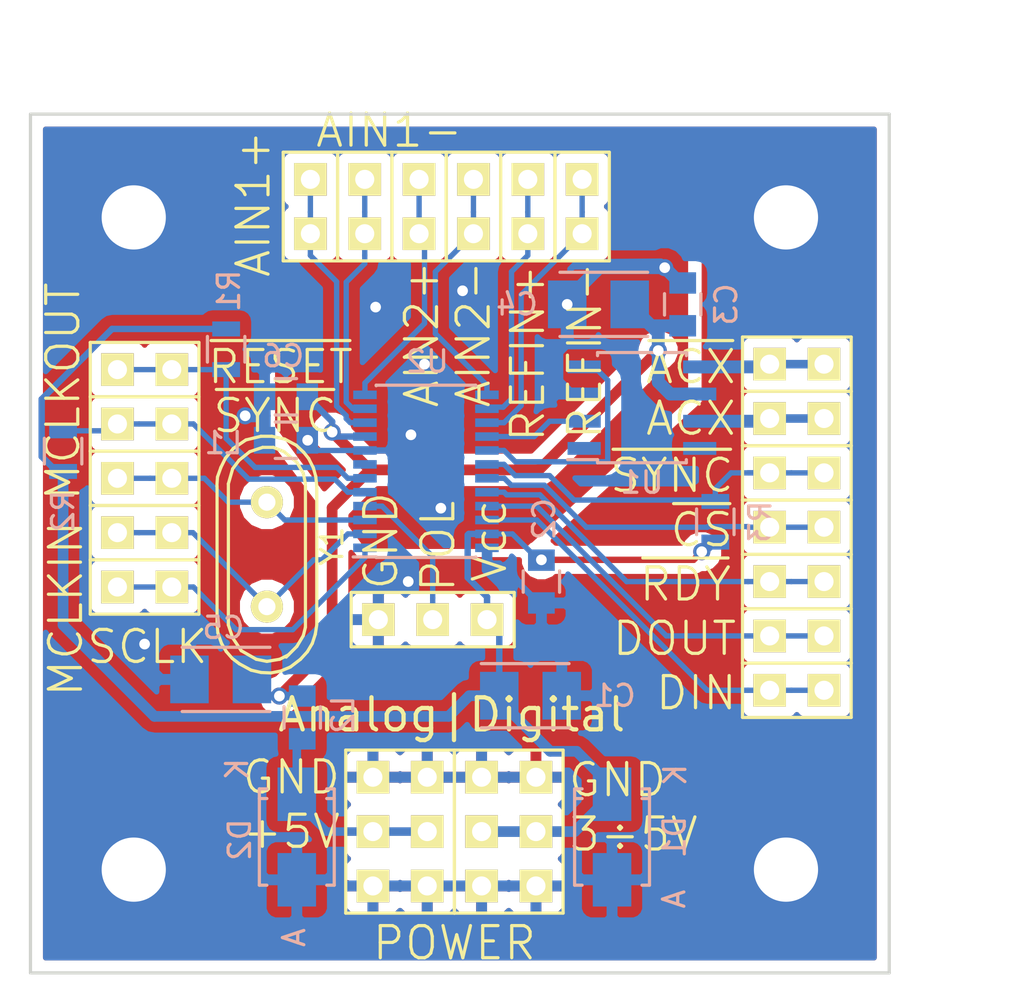
<source format=kicad_pcb>
(kicad_pcb (version 4) (host pcbnew "(2015-07-11 BZR 5925, Git c291b88)-product")

  (general
    (links 86)
    (no_connects 0)
    (area -3.604144 -45.72 49.707715 0.5302)
    (thickness 1.6)
    (drawings 12)
    (tracks 287)
    (zones 0)
    (modules 41)
    (nets 28)
  )

  (page A4)
  (title_block
    (title NAME)
    (date "%d. %m. %Y")
    (rev REV)
    (company "Mlab www.mlab.cz")
    (comment 1 VERSION)
    (comment 2 "Short description\\nTwo lines are maximum")
    (comment 3 "nickname <email@example.com>")
  )

  (layers
    (0 F.Cu signal)
    (31 B.Cu signal)
    (32 B.Adhes user)
    (33 F.Adhes user)
    (34 B.Paste user)
    (35 F.Paste user)
    (36 B.SilkS user)
    (37 F.SilkS user)
    (38 B.Mask user)
    (39 F.Mask user)
    (40 Dwgs.User user)
    (41 Cmts.User user)
    (42 Eco1.User user)
    (43 Eco2.User user)
    (44 Edge.Cuts user)
    (45 Margin user)
    (46 B.CrtYd user)
    (47 F.CrtYd user)
    (48 B.Fab user)
    (49 F.Fab user)
  )

  (setup
    (last_trace_width 0.25)
    (user_trace_width 0.25)
    (user_trace_width 0.3)
    (user_trace_width 0.4)
    (user_trace_width 0.5)
    (user_trace_width 0.6)
    (trace_clearance 0.2)
    (zone_clearance 0.508)
    (zone_45_only no)
    (trace_min 0.2)
    (segment_width 0.2)
    (edge_width 0.15)
    (via_size 0.8)
    (via_drill 0.5)
    (via_min_size 0.4)
    (via_min_drill 0.3)
    (uvia_size 0.3)
    (uvia_drill 0.1)
    (uvias_allowed no)
    (uvia_min_size 0.2)
    (uvia_min_drill 0.1)
    (pcb_text_width 0.3)
    (pcb_text_size 1.5 1.5)
    (mod_edge_width 0.15)
    (mod_text_size 1 1)
    (mod_text_width 0.15)
    (pad_size 1.524 1.524)
    (pad_drill 0.762)
    (pad_to_mask_clearance 0.2)
    (aux_axis_origin 0 0)
    (visible_elements 7FFFFFFF)
    (pcbplotparams
      (layerselection 0x010f0_80000001)
      (usegerberextensions false)
      (excludeedgelayer true)
      (linewidth 0.150000)
      (plotframeref false)
      (viasonmask false)
      (mode 1)
      (useauxorigin false)
      (hpglpennumber 1)
      (hpglpenspeed 20)
      (hpglpendiameter 15)
      (hpglpenoverlay 2)
      (psnegative false)
      (psa4output false)
      (plotreference true)
      (plotvalue true)
      (plotinvisibletext false)
      (padsonsilk false)
      (subtractmaskfromsilk true)
      (outputformat 1)
      (mirror false)
      (drillshape 0)
      (scaleselection 1)
      (outputdirectory ../CAM_PROFI/))
  )

  (net 0 "")
  (net 1 GND)
  (net 2 VCC)
  (net 3 VAA)
  (net 4 GNDA)
  (net 5 "Net-(J2-Pad1)")
  (net 6 "Net-(J3-Pad1)")
  (net 7 "Net-(J4-Pad1)")
  (net 8 "Net-(J5-Pad1)")
  (net 9 "Net-(J6-Pad1)")
  (net 10 "Net-(J7-Pad1)")
  (net 11 "Net-(J8-Pad1)")
  (net 12 "Net-(J9-Pad1)")
  (net 13 "Net-(J10-Pad2)")
  (net 14 "Net-(J11-Pad1)")
  (net 15 "Net-(J12-Pad1)")
  (net 16 "Net-(J13-Pad1)")
  (net 17 "Net-(J14-Pad1)")
  (net 18 "Net-(J15-Pad1)")
  (net 19 "Net-(J16-Pad1)")
  (net 20 "Net-(J17-Pad1)")
  (net 21 "Net-(J18-Pad1)")
  (net 22 "Net-(J20-Pad1)")
  (net 23 "Net-(J21-Pad1)")
  (net 24 "Net-(U1-Pad2)")
  (net 25 "Net-(U1-Pad4)")
  (net 26 "Net-(U2-Pad7)")
  (net 27 "Net-(D2-Pad1)")

  (net_class Default "This is the default net class."
    (clearance 0.2)
    (trace_width 0.25)
    (via_dia 0.8)
    (via_drill 0.5)
    (uvia_dia 0.3)
    (uvia_drill 0.1)
    (add_net "Net-(D2-Pad1)")
    (add_net "Net-(J10-Pad2)")
    (add_net "Net-(J11-Pad1)")
    (add_net "Net-(J12-Pad1)")
    (add_net "Net-(J13-Pad1)")
    (add_net "Net-(J14-Pad1)")
    (add_net "Net-(J15-Pad1)")
    (add_net "Net-(J16-Pad1)")
    (add_net "Net-(J17-Pad1)")
    (add_net "Net-(J18-Pad1)")
    (add_net "Net-(J2-Pad1)")
    (add_net "Net-(J20-Pad1)")
    (add_net "Net-(J21-Pad1)")
    (add_net "Net-(J3-Pad1)")
    (add_net "Net-(J4-Pad1)")
    (add_net "Net-(J5-Pad1)")
    (add_net "Net-(J6-Pad1)")
    (add_net "Net-(J7-Pad1)")
    (add_net "Net-(J8-Pad1)")
    (add_net "Net-(J9-Pad1)")
    (add_net "Net-(U1-Pad2)")
    (add_net "Net-(U1-Pad4)")
    (add_net "Net-(U2-Pad7)")
  )

  (net_class Power ""
    (clearance 0.2)
    (trace_width 0.3)
    (via_dia 0.8)
    (via_drill 0.5)
    (uvia_dia 0.3)
    (uvia_drill 0.1)
    (add_net GND)
    (add_net GNDA)
    (add_net VAA)
    (add_net VCC)
  )

  (module Mlab_Pin_Headers:Straight_1x02 (layer F.Cu) (tedit 55F1324F) (tstamp 55F02807)
    (at 135.875 78.932)
    (descr "pin header straight 1x02")
    (tags "pin header straight 1x02")
    (path /55EFFE4E)
    (fp_text reference J5 (at 0.127 -0.127 90) (layer F.SilkS) hide
      (effects (font (size 1.5 1.5) (thickness 0.15)))
    )
    (fp_text value AIN1- (at 1.143 -3.556 180) (layer F.SilkS)
      (effects (font (size 1.5 1.5) (thickness 0.15)))
    )
    (fp_text user 1 (at -1.651 -1.27) (layer F.SilkS) hide
      (effects (font (size 0.5 0.5) (thickness 0.05)))
    )
    (fp_line (start -1.27 -2.54) (end 1.27 -2.54) (layer F.SilkS) (width 0.15))
    (fp_line (start 1.27 -2.54) (end 1.27 2.54) (layer F.SilkS) (width 0.15))
    (fp_line (start 1.27 2.54) (end -1.27 2.54) (layer F.SilkS) (width 0.15))
    (fp_line (start -1.27 2.54) (end -1.27 -2.54) (layer F.SilkS) (width 0.15))
    (pad 2 thru_hole rect (at 0 1.27) (size 1.524 1.524) (drill 0.889) (layers *.Cu *.Mask F.SilkS)
      (net 8 "Net-(J5-Pad1)"))
    (pad 1 thru_hole rect (at 0 -1.27) (size 1.524 1.524) (drill 0.889) (layers *.Cu *.Mask F.SilkS)
      (net 8 "Net-(J5-Pad1)"))
    (model Pin_Headers/Pin_Header_Straight_1x02.wrl
      (at (xyz 0 0 0))
      (scale (xyz 1 1 1))
      (rotate (xyz 0 0 90))
    )
  )

  (module Capacitors_Tantalum_SMD:TantalC_SizeB_EIA-3528_Reflow (layer B.Cu) (tedit 555EF748) (tstamp 55F027BB)
    (at 143.622 101.792)
    (descr "Tantal Cap. , Size B, EIA-3528, Reflow")
    (tags "Tantal Capacitor Size-B EIA-3528 Reflow")
    (path /55623093)
    (attr smd)
    (fp_text reference C1 (at 3.937 0) (layer B.SilkS)
      (effects (font (size 1 1) (thickness 0.15)) (justify mirror))
    )
    (fp_text value 10uF (at 0 -2.7) (layer B.Fab)
      (effects (font (size 1 1) (thickness 0.15)) (justify mirror))
    )
    (fp_line (start 2.7 1.8) (end -2.7 1.8) (layer B.CrtYd) (width 0.05))
    (fp_line (start -2.7 1.8) (end -2.7 -1.8) (layer B.CrtYd) (width 0.05))
    (fp_line (start -2.7 -1.8) (end 2.7 -1.8) (layer B.CrtYd) (width 0.05))
    (fp_line (start 2.7 -1.8) (end 2.7 1.8) (layer B.CrtYd) (width 0.05))
    (fp_line (start 1.8 -1.5) (end -2.3 -1.5) (layer B.SilkS) (width 0.15))
    (fp_line (start 1.8 1.5) (end -2.3 1.5) (layer B.SilkS) (width 0.15))
    (pad 2 smd rect (at 1.46 0) (size 1.8 2.23) (layers B.Cu B.Paste B.Mask)
      (net 1 GND))
    (pad 1 smd rect (at -1.46 0) (size 1.8 2.23) (layers B.Cu B.Paste B.Mask)
      (net 2 VCC))
    (model Capacitors_Tantalum_SMD.3dshapes/TantalC_SizeB_EIA-3528_Reflow.wrl
      (at (xyz 0 0 0))
      (scale (xyz 1 1 1))
      (rotate (xyz 0 0 180))
    )
  )

  (module Capacitors_SMD:C_0805 (layer B.Cu) (tedit 5415D6EA) (tstamp 55F027C1)
    (at 144.13 96.458 270)
    (descr "Capacitor SMD 0805, reflow soldering, AVX (see smccp.pdf)")
    (tags "capacitor 0805")
    (path /5562302C)
    (attr smd)
    (fp_text reference C2 (at -2.921 -0.127 270) (layer B.SilkS)
      (effects (font (size 1 1) (thickness 0.15)) (justify mirror))
    )
    (fp_text value 100nF (at 0 -2.1 270) (layer B.Fab)
      (effects (font (size 1 1) (thickness 0.15)) (justify mirror))
    )
    (fp_line (start -1.8 1) (end 1.8 1) (layer B.CrtYd) (width 0.05))
    (fp_line (start -1.8 -1) (end 1.8 -1) (layer B.CrtYd) (width 0.05))
    (fp_line (start -1.8 1) (end -1.8 -1) (layer B.CrtYd) (width 0.05))
    (fp_line (start 1.8 1) (end 1.8 -1) (layer B.CrtYd) (width 0.05))
    (fp_line (start 0.5 0.85) (end -0.5 0.85) (layer B.SilkS) (width 0.15))
    (fp_line (start -0.5 -0.85) (end 0.5 -0.85) (layer B.SilkS) (width 0.15))
    (pad 1 smd rect (at -1 0 270) (size 1 1.25) (layers B.Cu B.Paste B.Mask)
      (net 2 VCC))
    (pad 2 smd rect (at 1 0 270) (size 1 1.25) (layers B.Cu B.Paste B.Mask)
      (net 1 GND))
    (model Capacitors_SMD.3dshapes/C_0805.wrl
      (at (xyz 0 0 0))
      (scale (xyz 1 1 1))
      (rotate (xyz 0 0 0))
    )
  )

  (module Capacitors_SMD:C_0805 (layer B.Cu) (tedit 5415D6EA) (tstamp 55F027C7)
    (at 150.734 83.504 90)
    (descr "Capacitor SMD 0805, reflow soldering, AVX (see smccp.pdf)")
    (tags "capacitor 0805")
    (path /55F06426)
    (attr smd)
    (fp_text reference C3 (at 0 2.032 90) (layer B.SilkS)
      (effects (font (size 1 1) (thickness 0.15)) (justify mirror))
    )
    (fp_text value 100nF (at 0 -2.1 90) (layer B.Fab)
      (effects (font (size 1 1) (thickness 0.15)) (justify mirror))
    )
    (fp_line (start -1.8 1) (end 1.8 1) (layer B.CrtYd) (width 0.05))
    (fp_line (start -1.8 -1) (end 1.8 -1) (layer B.CrtYd) (width 0.05))
    (fp_line (start -1.8 1) (end -1.8 -1) (layer B.CrtYd) (width 0.05))
    (fp_line (start 1.8 1) (end 1.8 -1) (layer B.CrtYd) (width 0.05))
    (fp_line (start 0.5 0.85) (end -0.5 0.85) (layer B.SilkS) (width 0.15))
    (fp_line (start -0.5 -0.85) (end 0.5 -0.85) (layer B.SilkS) (width 0.15))
    (pad 1 smd rect (at -1 0 90) (size 1 1.25) (layers B.Cu B.Paste B.Mask)
      (net 3 VAA))
    (pad 2 smd rect (at 1 0 90) (size 1 1.25) (layers B.Cu B.Paste B.Mask)
      (net 4 GNDA))
    (model Capacitors_SMD.3dshapes/C_0805.wrl
      (at (xyz 0 0 0))
      (scale (xyz 1 1 1))
      (rotate (xyz 0 0 0))
    )
  )

  (module Capacitors_SMD:C_0805 (layer B.Cu) (tedit 5415D6EA) (tstamp 55F027D9)
    (at 132.192 87.822 180)
    (descr "Capacitor SMD 0805, reflow soldering, AVX (see smccp.pdf)")
    (tags "capacitor 0805")
    (path /55EFF6AB)
    (attr smd)
    (fp_text reference C6 (at 0.127 1.905 180) (layer B.SilkS)
      (effects (font (size 1 1) (thickness 0.15)) (justify mirror))
    )
    (fp_text value 100nF (at 0 -2.1 180) (layer B.Fab)
      (effects (font (size 1 1) (thickness 0.15)) (justify mirror))
    )
    (fp_line (start -1.8 1) (end 1.8 1) (layer B.CrtYd) (width 0.05))
    (fp_line (start -1.8 -1) (end 1.8 -1) (layer B.CrtYd) (width 0.05))
    (fp_line (start -1.8 1) (end -1.8 -1) (layer B.CrtYd) (width 0.05))
    (fp_line (start 1.8 1) (end 1.8 -1) (layer B.CrtYd) (width 0.05))
    (fp_line (start 0.5 0.85) (end -0.5 0.85) (layer B.SilkS) (width 0.15))
    (fp_line (start -0.5 -0.85) (end 0.5 -0.85) (layer B.SilkS) (width 0.15))
    (pad 1 smd rect (at -1 0 180) (size 1 1.25) (layers B.Cu B.Paste B.Mask)
      (net 3 VAA))
    (pad 2 smd rect (at 1 0 180) (size 1 1.25) (layers B.Cu B.Paste B.Mask)
      (net 1 GND))
    (model Capacitors_SMD.3dshapes/C_0805.wrl
      (at (xyz 0 0 0))
      (scale (xyz 1 1 1))
      (rotate (xyz 0 0 0))
    )
  )

  (module Diodes_SMD:SMA_Standard (layer B.Cu) (tedit 552FF239) (tstamp 55F027DF)
    (at 147.432 108.396 270)
    (descr "Diode SMA")
    (tags "Diode SMA")
    (path /55622FB7)
    (attr smd)
    (fp_text reference D1 (at 0 -2.921 270) (layer B.SilkS)
      (effects (font (size 1 1) (thickness 0.15)) (justify mirror))
    )
    (fp_text value M4 (at 0.127 -3.048 270) (layer B.Fab)
      (effects (font (size 1 1) (thickness 0.15)) (justify mirror))
    )
    (fp_line (start -3.5 2) (end 3.5 2) (layer B.CrtYd) (width 0.05))
    (fp_line (start 3.5 2) (end 3.5 -2) (layer B.CrtYd) (width 0.05))
    (fp_line (start 3.5 -2) (end -3.5 -2) (layer B.CrtYd) (width 0.05))
    (fp_line (start -3.5 -2) (end -3.5 2) (layer B.CrtYd) (width 0.05))
    (fp_text user K (at -2.9 -2.95 270) (layer B.SilkS)
      (effects (font (size 1 1) (thickness 0.15)) (justify mirror))
    )
    (fp_text user A (at 2.9 -2.9 270) (layer B.SilkS)
      (effects (font (size 1 1) (thickness 0.15)) (justify mirror))
    )
    (fp_circle (center 0 0) (end 0.20066 0.0508) (layer B.Adhes) (width 0.381))
    (fp_line (start -1.79914 -1.75006) (end -1.79914 -1.39954) (layer B.SilkS) (width 0.15))
    (fp_line (start -1.79914 1.75006) (end -1.79914 1.39954) (layer B.SilkS) (width 0.15))
    (fp_line (start 2.25044 -1.75006) (end 2.25044 -1.39954) (layer B.SilkS) (width 0.15))
    (fp_line (start -2.25044 -1.75006) (end -2.25044 -1.39954) (layer B.SilkS) (width 0.15))
    (fp_line (start -2.25044 1.75006) (end -2.25044 1.39954) (layer B.SilkS) (width 0.15))
    (fp_line (start 2.25044 1.75006) (end 2.25044 1.39954) (layer B.SilkS) (width 0.15))
    (fp_line (start -2.25044 -1.75006) (end 2.25044 -1.75006) (layer B.SilkS) (width 0.15))
    (fp_line (start -2.25044 1.75006) (end 2.25044 1.75006) (layer B.SilkS) (width 0.15))
    (pad 1 smd rect (at -1.99898 0 270) (size 2.49936 1.80086) (layers B.Cu B.Paste B.Mask)
      (net 2 VCC))
    (pad 2 smd rect (at 1.99898 0 270) (size 2.49936 1.80086) (layers B.Cu B.Paste B.Mask)
      (net 1 GND))
    (model Diodes_SMD.3dshapes/SMA_Standard.wrl
      (at (xyz 0 0 0))
      (scale (xyz 0.3937 0.3937 0.3937))
      (rotate (xyz 0 0 180))
    )
  )

  (module Diodes_SMD:SMA_Standard (layer B.Cu) (tedit 552FF239) (tstamp 55F027E5)
    (at 132.7 108.396 270)
    (descr "Diode SMA")
    (tags "Diode SMA")
    (path /55EFF6A5)
    (attr smd)
    (fp_text reference D2 (at 0.127 2.667 270) (layer B.SilkS)
      (effects (font (size 1 1) (thickness 0.15)) (justify mirror))
    )
    (fp_text value M4 (at 0 -4.3 270) (layer B.Fab)
      (effects (font (size 1 1) (thickness 0.15)) (justify mirror))
    )
    (fp_line (start -3.5 2) (end 3.5 2) (layer B.CrtYd) (width 0.05))
    (fp_line (start 3.5 2) (end 3.5 -2) (layer B.CrtYd) (width 0.05))
    (fp_line (start 3.5 -2) (end -3.5 -2) (layer B.CrtYd) (width 0.05))
    (fp_line (start -3.5 -2) (end -3.5 2) (layer B.CrtYd) (width 0.05))
    (fp_text user K (at -3.175 2.794 270) (layer B.SilkS)
      (effects (font (size 1 1) (thickness 0.15)) (justify mirror))
    )
    (fp_text user A (at 4.699 0.127 270) (layer B.SilkS)
      (effects (font (size 1 1) (thickness 0.15)) (justify mirror))
    )
    (fp_circle (center 0 0) (end 0.20066 0.0508) (layer B.Adhes) (width 0.381))
    (fp_line (start -1.79914 -1.75006) (end -1.79914 -1.39954) (layer B.SilkS) (width 0.15))
    (fp_line (start -1.79914 1.75006) (end -1.79914 1.39954) (layer B.SilkS) (width 0.15))
    (fp_line (start 2.25044 -1.75006) (end 2.25044 -1.39954) (layer B.SilkS) (width 0.15))
    (fp_line (start -2.25044 -1.75006) (end -2.25044 -1.39954) (layer B.SilkS) (width 0.15))
    (fp_line (start -2.25044 1.75006) (end -2.25044 1.39954) (layer B.SilkS) (width 0.15))
    (fp_line (start 2.25044 1.75006) (end 2.25044 1.39954) (layer B.SilkS) (width 0.15))
    (fp_line (start -2.25044 -1.75006) (end 2.25044 -1.75006) (layer B.SilkS) (width 0.15))
    (fp_line (start -2.25044 1.75006) (end 2.25044 1.75006) (layer B.SilkS) (width 0.15))
    (pad 1 smd rect (at -1.99898 0 270) (size 2.49936 1.80086) (layers B.Cu B.Paste B.Mask)
      (net 27 "Net-(D2-Pad1)"))
    (pad 2 smd rect (at 1.99898 0 270) (size 2.49936 1.80086) (layers B.Cu B.Paste B.Mask)
      (net 1 GND))
    (model Diodes_SMD.3dshapes/SMA_Standard.wrl
      (at (xyz 0 0 0))
      (scale (xyz 0.3937 0.3937 0.3937))
      (rotate (xyz 0 0 180))
    )
  )

  (module Mlab_Pin_Headers:Straight_2x03 (layer F.Cu) (tedit 55F13097) (tstamp 55F027EF)
    (at 142.606 108.142 180)
    (descr "pin header straight 2x03")
    (tags "pin header straight 2x03")
    (path /549D65BC)
    (fp_text reference J1 (at 0.127 -5.08 180) (layer F.SilkS) hide
      (effects (font (size 1.5 1.5) (thickness 0.15)))
    )
    (fp_text value 3÷5V (at -5.842 -0.127 180) (layer F.SilkS)
      (effects (font (size 1.5 1.5) (thickness 0.15)))
    )
    (fp_text user 1 (at -2.921 -2.54 180) (layer F.SilkS) hide
      (effects (font (size 0.5 0.5) (thickness 0.05)))
    )
    (fp_line (start -2.54 -3.81) (end 2.54 -3.81) (layer F.SilkS) (width 0.15))
    (fp_line (start 2.54 -3.81) (end 2.54 3.81) (layer F.SilkS) (width 0.15))
    (fp_line (start 2.54 3.81) (end -2.54 3.81) (layer F.SilkS) (width 0.15))
    (fp_line (start -2.54 3.81) (end -2.54 -3.81) (layer F.SilkS) (width 0.15))
    (pad 1 thru_hole rect (at -1.27 -2.54 180) (size 1.524 1.524) (drill 0.889) (layers *.Cu *.Mask F.SilkS)
      (net 1 GND))
    (pad 2 thru_hole rect (at 1.27 -2.54 180) (size 1.524 1.524) (drill 0.889) (layers *.Cu *.Mask F.SilkS)
      (net 1 GND))
    (pad 3 thru_hole rect (at -1.27 0 180) (size 1.524 1.524) (drill 0.889) (layers *.Cu *.Mask F.SilkS)
      (net 2 VCC))
    (pad 4 thru_hole rect (at 1.27 0 180) (size 1.524 1.524) (drill 0.889) (layers *.Cu *.Mask F.SilkS)
      (net 2 VCC))
    (pad 5 thru_hole rect (at -1.27 2.54 180) (size 1.524 1.524) (drill 0.889) (layers *.Cu *.Mask F.SilkS)
      (net 1 GND))
    (pad 6 thru_hole rect (at 1.27 2.54 180) (size 1.524 1.524) (drill 0.889) (layers *.Cu *.Mask F.SilkS)
      (net 1 GND))
    (model Pin_Headers/Pin_Header_Straight_2x03.wrl
      (at (xyz 0 0 0))
      (scale (xyz 1 1 1))
      (rotate (xyz 0 0 90))
    )
  )

  (module Mlab_Pin_Headers:Straight_1x02 (layer F.Cu) (tedit 55F12EC8) (tstamp 55F027F5)
    (at 156.068 88.838 90)
    (descr "pin header straight 1x02")
    (tags "pin header straight 1x02")
    (path /55F00E96)
    (fp_text reference J2 (at 0 -3.81 90) (layer F.SilkS) hide
      (effects (font (size 1.5 1.5) (thickness 0.15)))
    )
    (fp_text value ACX (at 0 -4.953 180) (layer F.SilkS)
      (effects (font (size 1.5 1.5) (thickness 0.15)))
    )
    (fp_text user 1 (at -1.651 -1.27 90) (layer F.SilkS) hide
      (effects (font (size 0.5 0.5) (thickness 0.05)))
    )
    (fp_line (start -1.27 -2.54) (end 1.27 -2.54) (layer F.SilkS) (width 0.15))
    (fp_line (start 1.27 -2.54) (end 1.27 2.54) (layer F.SilkS) (width 0.15))
    (fp_line (start 1.27 2.54) (end -1.27 2.54) (layer F.SilkS) (width 0.15))
    (fp_line (start -1.27 2.54) (end -1.27 -2.54) (layer F.SilkS) (width 0.15))
    (pad 2 thru_hole rect (at 0 1.27 90) (size 1.524 1.524) (drill 0.889) (layers *.Cu *.Mask F.SilkS)
      (net 5 "Net-(J2-Pad1)"))
    (pad 1 thru_hole rect (at 0 -1.27 90) (size 1.524 1.524) (drill 0.889) (layers *.Cu *.Mask F.SilkS)
      (net 5 "Net-(J2-Pad1)"))
    (model Pin_Headers/Pin_Header_Straight_1x02.wrl
      (at (xyz 0 0 0))
      (scale (xyz 1 1 1))
      (rotate (xyz 0 0 90))
    )
  )

  (module Mlab_Pin_Headers:Straight_1x02 (layer F.Cu) (tedit 55F12ED3) (tstamp 55F027FB)
    (at 156.068 86.298 90)
    (descr "pin header straight 1x02")
    (tags "pin header straight 1x02")
    (path /55F01000)
    (fp_text reference J3 (at 0 -3.81 90) (layer F.SilkS) hide
      (effects (font (size 1.5 1.5) (thickness 0.15)))
    )
    (fp_text value ~ACX (at -0.127 -4.953 180) (layer F.SilkS)
      (effects (font (size 1.5 1.5) (thickness 0.15)))
    )
    (fp_text user 1 (at -1.651 -1.27 90) (layer F.SilkS) hide
      (effects (font (size 0.5 0.5) (thickness 0.05)))
    )
    (fp_line (start -1.27 -2.54) (end 1.27 -2.54) (layer F.SilkS) (width 0.15))
    (fp_line (start 1.27 -2.54) (end 1.27 2.54) (layer F.SilkS) (width 0.15))
    (fp_line (start 1.27 2.54) (end -1.27 2.54) (layer F.SilkS) (width 0.15))
    (fp_line (start -1.27 2.54) (end -1.27 -2.54) (layer F.SilkS) (width 0.15))
    (pad 2 thru_hole rect (at 0 1.27 90) (size 1.524 1.524) (drill 0.889) (layers *.Cu *.Mask F.SilkS)
      (net 6 "Net-(J3-Pad1)"))
    (pad 1 thru_hole rect (at 0 -1.27 90) (size 1.524 1.524) (drill 0.889) (layers *.Cu *.Mask F.SilkS)
      (net 6 "Net-(J3-Pad1)"))
    (model Pin_Headers/Pin_Header_Straight_1x02.wrl
      (at (xyz 0 0 0))
      (scale (xyz 1 1 1))
      (rotate (xyz 0 0 90))
    )
  )

  (module Mlab_Pin_Headers:Straight_1x02 (layer F.Cu) (tedit 55F1316D) (tstamp 55F02801)
    (at 133.335 78.932)
    (descr "pin header straight 1x02")
    (tags "pin header straight 1x02")
    (path /55EFFD9F)
    (fp_text reference J4 (at 0.127 0.127 90) (layer F.SilkS) hide
      (effects (font (size 1.5 1.5) (thickness 0.15)))
    )
    (fp_text value AIN1+ (at -2.667 -0.127 90) (layer F.SilkS)
      (effects (font (size 1.5 1.5) (thickness 0.15)))
    )
    (fp_text user 1 (at -1.651 -1.27) (layer F.SilkS) hide
      (effects (font (size 0.5 0.5) (thickness 0.05)))
    )
    (fp_line (start -1.27 -2.54) (end 1.27 -2.54) (layer F.SilkS) (width 0.15))
    (fp_line (start 1.27 -2.54) (end 1.27 2.54) (layer F.SilkS) (width 0.15))
    (fp_line (start 1.27 2.54) (end -1.27 2.54) (layer F.SilkS) (width 0.15))
    (fp_line (start -1.27 2.54) (end -1.27 -2.54) (layer F.SilkS) (width 0.15))
    (pad 2 thru_hole rect (at 0 1.27) (size 1.524 1.524) (drill 0.889) (layers *.Cu *.Mask F.SilkS)
      (net 7 "Net-(J4-Pad1)"))
    (pad 1 thru_hole rect (at 0 -1.27) (size 1.524 1.524) (drill 0.889) (layers *.Cu *.Mask F.SilkS)
      (net 7 "Net-(J4-Pad1)"))
    (model Pin_Headers/Pin_Header_Straight_1x02.wrl
      (at (xyz 0 0 0))
      (scale (xyz 1 1 1))
      (rotate (xyz 0 0 90))
    )
  )

  (module Mlab_Pin_Headers:Straight_1x02 (layer F.Cu) (tedit 55F131E6) (tstamp 55F0280D)
    (at 138.415 78.932)
    (descr "pin header straight 1x02")
    (tags "pin header straight 1x02")
    (path /55F00248)
    (fp_text reference J6 (at 0.127 0.127 90) (layer F.SilkS) hide
      (effects (font (size 1.5 1.5) (thickness 0.15)))
    )
    (fp_text value AIN2+ (at 0.127 5.969 90) (layer F.SilkS)
      (effects (font (size 1.5 1.5) (thickness 0.15)))
    )
    (fp_text user 1 (at -1.651 -1.27) (layer F.SilkS) hide
      (effects (font (size 0.5 0.5) (thickness 0.05)))
    )
    (fp_line (start -1.27 -2.54) (end 1.27 -2.54) (layer F.SilkS) (width 0.15))
    (fp_line (start 1.27 -2.54) (end 1.27 2.54) (layer F.SilkS) (width 0.15))
    (fp_line (start 1.27 2.54) (end -1.27 2.54) (layer F.SilkS) (width 0.15))
    (fp_line (start -1.27 2.54) (end -1.27 -2.54) (layer F.SilkS) (width 0.15))
    (pad 2 thru_hole rect (at 0 1.27) (size 1.524 1.524) (drill 0.889) (layers *.Cu *.Mask F.SilkS)
      (net 9 "Net-(J6-Pad1)"))
    (pad 1 thru_hole rect (at 0 -1.27) (size 1.524 1.524) (drill 0.889) (layers *.Cu *.Mask F.SilkS)
      (net 9 "Net-(J6-Pad1)"))
    (model Pin_Headers/Pin_Header_Straight_1x02.wrl
      (at (xyz 0 0 0))
      (scale (xyz 1 1 1))
      (rotate (xyz 0 0 90))
    )
  )

  (module Mlab_Pin_Headers:Straight_1x02 (layer F.Cu) (tedit 55F1320B) (tstamp 55F02813)
    (at 140.955 78.932 180)
    (descr "pin header straight 1x02")
    (tags "pin header straight 1x02")
    (path /55F0024E)
    (fp_text reference J7 (at -0.127 -0.254 270) (layer F.SilkS) hide
      (effects (font (size 1.5 1.5) (thickness 0.15)))
    )
    (fp_text value AIN2- (at 0 -5.969 270) (layer F.SilkS)
      (effects (font (size 1.5 1.5) (thickness 0.15)))
    )
    (fp_text user 1 (at -1.651 -1.27 180) (layer F.SilkS) hide
      (effects (font (size 0.5 0.5) (thickness 0.05)))
    )
    (fp_line (start -1.27 -2.54) (end 1.27 -2.54) (layer F.SilkS) (width 0.15))
    (fp_line (start 1.27 -2.54) (end 1.27 2.54) (layer F.SilkS) (width 0.15))
    (fp_line (start 1.27 2.54) (end -1.27 2.54) (layer F.SilkS) (width 0.15))
    (fp_line (start -1.27 2.54) (end -1.27 -2.54) (layer F.SilkS) (width 0.15))
    (pad 2 thru_hole rect (at 0 1.27 180) (size 1.524 1.524) (drill 0.889) (layers *.Cu *.Mask F.SilkS)
      (net 10 "Net-(J7-Pad1)"))
    (pad 1 thru_hole rect (at 0 -1.27 180) (size 1.524 1.524) (drill 0.889) (layers *.Cu *.Mask F.SilkS)
      (net 10 "Net-(J7-Pad1)"))
    (model Pin_Headers/Pin_Header_Straight_1x02.wrl
      (at (xyz 0 0 0))
      (scale (xyz 1 1 1))
      (rotate (xyz 0 0 90))
    )
  )

  (module Mlab_Pin_Headers:Straight_1x02 (layer F.Cu) (tedit 55F13218) (tstamp 55F02819)
    (at 146.035 78.932 180)
    (descr "pin header straight 1x02")
    (tags "pin header straight 1x02")
    (path /55F014E8)
    (fp_text reference J8 (at 0 -0.127 270) (layer F.SilkS) hide
      (effects (font (size 1.5 1.5) (thickness 0.15)))
    )
    (fp_text value REFIN- (at -0.127 -6.731 270) (layer F.SilkS)
      (effects (font (size 1.5 1.5) (thickness 0.15)))
    )
    (fp_text user 1 (at -1.651 -1.27 180) (layer F.SilkS) hide
      (effects (font (size 0.5 0.5) (thickness 0.05)))
    )
    (fp_line (start -1.27 -2.54) (end 1.27 -2.54) (layer F.SilkS) (width 0.15))
    (fp_line (start 1.27 -2.54) (end 1.27 2.54) (layer F.SilkS) (width 0.15))
    (fp_line (start 1.27 2.54) (end -1.27 2.54) (layer F.SilkS) (width 0.15))
    (fp_line (start -1.27 2.54) (end -1.27 -2.54) (layer F.SilkS) (width 0.15))
    (pad 2 thru_hole rect (at 0 1.27 180) (size 1.524 1.524) (drill 0.889) (layers *.Cu *.Mask F.SilkS)
      (net 11 "Net-(J8-Pad1)"))
    (pad 1 thru_hole rect (at 0 -1.27 180) (size 1.524 1.524) (drill 0.889) (layers *.Cu *.Mask F.SilkS)
      (net 11 "Net-(J8-Pad1)"))
    (model Pin_Headers/Pin_Header_Straight_1x02.wrl
      (at (xyz 0 0 0))
      (scale (xyz 1 1 1))
      (rotate (xyz 0 0 90))
    )
  )

  (module Mlab_Pin_Headers:Straight_1x02 (layer F.Cu) (tedit 55F131FD) (tstamp 55F0281F)
    (at 143.495 78.932 180)
    (descr "pin header straight 1x02")
    (tags "pin header straight 1x02")
    (path /55F014EE)
    (fp_text reference J9 (at -0.127 0.127 270) (layer F.SilkS) hide
      (effects (font (size 1.5 1.5) (thickness 0.15)))
    )
    (fp_text value REFIN+ (at 0 -6.858 270) (layer F.SilkS)
      (effects (font (size 1.5 1.5) (thickness 0.15)))
    )
    (fp_text user 1 (at -1.651 -1.27 180) (layer F.SilkS) hide
      (effects (font (size 0.5 0.5) (thickness 0.05)))
    )
    (fp_line (start -1.27 -2.54) (end 1.27 -2.54) (layer F.SilkS) (width 0.15))
    (fp_line (start 1.27 -2.54) (end 1.27 2.54) (layer F.SilkS) (width 0.15))
    (fp_line (start 1.27 2.54) (end -1.27 2.54) (layer F.SilkS) (width 0.15))
    (fp_line (start -1.27 2.54) (end -1.27 -2.54) (layer F.SilkS) (width 0.15))
    (pad 2 thru_hole rect (at 0 1.27 180) (size 1.524 1.524) (drill 0.889) (layers *.Cu *.Mask F.SilkS)
      (net 12 "Net-(J9-Pad1)"))
    (pad 1 thru_hole rect (at 0 -1.27 180) (size 1.524 1.524) (drill 0.889) (layers *.Cu *.Mask F.SilkS)
      (net 12 "Net-(J9-Pad1)"))
    (model Pin_Headers/Pin_Header_Straight_1x02.wrl
      (at (xyz 0 0 0))
      (scale (xyz 1 1 1))
      (rotate (xyz 0 0 90))
    )
  )

  (module Mlab_Pin_Headers:Straight_1x03 (layer F.Cu) (tedit 55F12E1E) (tstamp 55F02826)
    (at 139.05 98.236 270)
    (descr "pin header straight 1x03")
    (tags "pin header straight 1x03")
    (path /55F0199D)
    (fp_text reference J10 (at 0 -5.08 270) (layer F.SilkS) hide
      (effects (font (size 1.5 1.5) (thickness 0.15)))
    )
    (fp_text value POL (at -3.429 -0.254 270) (layer F.SilkS)
      (effects (font (size 1.5 1.5) (thickness 0.15)))
    )
    (fp_text user 1 (at -1.651 -2.54 270) (layer F.SilkS) hide
      (effects (font (size 0.5 0.5) (thickness 0.05)))
    )
    (fp_line (start -1.27 -3.81) (end 1.27 -3.81) (layer F.SilkS) (width 0.15))
    (fp_line (start 1.27 -3.81) (end 1.27 3.81) (layer F.SilkS) (width 0.15))
    (fp_line (start 1.27 3.81) (end -1.27 3.81) (layer F.SilkS) (width 0.15))
    (fp_line (start -1.27 3.81) (end -1.27 -3.81) (layer F.SilkS) (width 0.15))
    (pad 3 thru_hole rect (at 0 2.54 270) (size 1.524 1.524) (drill 0.889) (layers *.Cu *.Mask F.SilkS)
      (net 1 GND))
    (pad 2 thru_hole rect (at 0 0 270) (size 1.524 1.524) (drill 0.889) (layers *.Cu *.Mask F.SilkS)
      (net 13 "Net-(J10-Pad2)"))
    (pad 1 thru_hole rect (at 0 -2.54 270) (size 1.524 1.524) (drill 0.889) (layers *.Cu *.Mask F.SilkS)
      (net 2 VCC))
    (model Pin_Headers/Pin_Header_Straight_1x03.wrl
      (at (xyz 0 0 0))
      (scale (xyz 1 1 1))
      (rotate (xyz 0 0 90))
    )
  )

  (module Mlab_Pin_Headers:Straight_1x02 (layer F.Cu) (tedit 55F1314A) (tstamp 55F0282C)
    (at 125.588 86.552 90)
    (descr "pin header straight 1x02")
    (tags "pin header straight 1x02")
    (path /55F03DD9)
    (fp_text reference J11 (at 0 0.127 180) (layer F.SilkS) hide
      (effects (font (size 1.5 1.5) (thickness 0.15)))
    )
    (fp_text value ~RESET (at 0.127 6.35 180) (layer F.SilkS)
      (effects (font (size 1.5 1.5) (thickness 0.15)))
    )
    (fp_text user 1 (at -1.651 -1.27 90) (layer F.SilkS) hide
      (effects (font (size 0.5 0.5) (thickness 0.05)))
    )
    (fp_line (start -1.27 -2.54) (end 1.27 -2.54) (layer F.SilkS) (width 0.15))
    (fp_line (start 1.27 -2.54) (end 1.27 2.54) (layer F.SilkS) (width 0.15))
    (fp_line (start 1.27 2.54) (end -1.27 2.54) (layer F.SilkS) (width 0.15))
    (fp_line (start -1.27 2.54) (end -1.27 -2.54) (layer F.SilkS) (width 0.15))
    (pad 2 thru_hole rect (at 0 1.27 90) (size 1.524 1.524) (drill 0.889) (layers *.Cu *.Mask F.SilkS)
      (net 14 "Net-(J11-Pad1)"))
    (pad 1 thru_hole rect (at 0 -1.27 90) (size 1.524 1.524) (drill 0.889) (layers *.Cu *.Mask F.SilkS)
      (net 14 "Net-(J11-Pad1)"))
    (model Pin_Headers/Pin_Header_Straight_1x02.wrl
      (at (xyz 0 0 0))
      (scale (xyz 1 1 1))
      (rotate (xyz 0 0 90))
    )
  )

  (module Mlab_Pin_Headers:Straight_1x02 (layer F.Cu) (tedit 55F13147) (tstamp 55F02832)
    (at 125.588 89.092 90)
    (descr "pin header straight 1x02")
    (tags "pin header straight 1x02")
    (path /55F03E0A)
    (fp_text reference J12 (at 0.127 -0.127 180) (layer F.SilkS) hide
      (effects (font (size 1.5 1.5) (thickness 0.15)))
    )
    (fp_text value ~SYNC (at 0.381 6.096 180) (layer F.SilkS)
      (effects (font (size 1.5 1.5) (thickness 0.15)))
    )
    (fp_text user 1 (at -1.651 -1.27 90) (layer F.SilkS) hide
      (effects (font (size 0.5 0.5) (thickness 0.05)))
    )
    (fp_line (start -1.27 -2.54) (end 1.27 -2.54) (layer F.SilkS) (width 0.15))
    (fp_line (start 1.27 -2.54) (end 1.27 2.54) (layer F.SilkS) (width 0.15))
    (fp_line (start 1.27 2.54) (end -1.27 2.54) (layer F.SilkS) (width 0.15))
    (fp_line (start -1.27 2.54) (end -1.27 -2.54) (layer F.SilkS) (width 0.15))
    (pad 2 thru_hole rect (at 0 1.27 90) (size 1.524 1.524) (drill 0.889) (layers *.Cu *.Mask F.SilkS)
      (net 15 "Net-(J12-Pad1)"))
    (pad 1 thru_hole rect (at 0 -1.27 90) (size 1.524 1.524) (drill 0.889) (layers *.Cu *.Mask F.SilkS)
      (net 15 "Net-(J12-Pad1)"))
    (model Pin_Headers/Pin_Header_Straight_1x02.wrl
      (at (xyz 0 0 0))
      (scale (xyz 1 1 1))
      (rotate (xyz 0 0 90))
    )
  )

  (module Mlab_Pin_Headers:Straight_1x02 (layer F.Cu) (tedit 55F12EAA) (tstamp 55F02838)
    (at 156.068 96.458 90)
    (descr "pin header straight 1x02")
    (tags "pin header straight 1x02")
    (path /55F025A5)
    (fp_text reference J13 (at 0 -3.81 90) (layer F.SilkS) hide
      (effects (font (size 1.5 1.5) (thickness 0.15)))
    )
    (fp_text value ~RDY (at -0.127 -5.207 180) (layer F.SilkS)
      (effects (font (size 1.5 1.5) (thickness 0.15)))
    )
    (fp_text user 1 (at -1.651 -1.27 90) (layer F.SilkS) hide
      (effects (font (size 0.5 0.5) (thickness 0.05)))
    )
    (fp_line (start -1.27 -2.54) (end 1.27 -2.54) (layer F.SilkS) (width 0.15))
    (fp_line (start 1.27 -2.54) (end 1.27 2.54) (layer F.SilkS) (width 0.15))
    (fp_line (start 1.27 2.54) (end -1.27 2.54) (layer F.SilkS) (width 0.15))
    (fp_line (start -1.27 2.54) (end -1.27 -2.54) (layer F.SilkS) (width 0.15))
    (pad 2 thru_hole rect (at 0 1.27 90) (size 1.524 1.524) (drill 0.889) (layers *.Cu *.Mask F.SilkS)
      (net 16 "Net-(J13-Pad1)"))
    (pad 1 thru_hole rect (at 0 -1.27 90) (size 1.524 1.524) (drill 0.889) (layers *.Cu *.Mask F.SilkS)
      (net 16 "Net-(J13-Pad1)"))
    (model Pin_Headers/Pin_Header_Straight_1x02.wrl
      (at (xyz 0 0 0))
      (scale (xyz 1 1 1))
      (rotate (xyz 0 0 90))
    )
  )

  (module Mlab_Pin_Headers:Straight_1x02 (layer F.Cu) (tedit 55F12EB3) (tstamp 55F0283E)
    (at 156.068 93.918 90)
    (descr "pin header straight 1x02")
    (tags "pin header straight 1x02")
    (path /55F02674)
    (fp_text reference J14 (at 0 -3.81 90) (layer F.SilkS) hide
      (effects (font (size 1.5 1.5) (thickness 0.15)))
    )
    (fp_text value ~CS (at -0.127 -4.445 180) (layer F.SilkS)
      (effects (font (size 1.5 1.5) (thickness 0.15)))
    )
    (fp_text user 1 (at -1.651 -1.27 90) (layer F.SilkS) hide
      (effects (font (size 0.5 0.5) (thickness 0.05)))
    )
    (fp_line (start -1.27 -2.54) (end 1.27 -2.54) (layer F.SilkS) (width 0.15))
    (fp_line (start 1.27 -2.54) (end 1.27 2.54) (layer F.SilkS) (width 0.15))
    (fp_line (start 1.27 2.54) (end -1.27 2.54) (layer F.SilkS) (width 0.15))
    (fp_line (start -1.27 2.54) (end -1.27 -2.54) (layer F.SilkS) (width 0.15))
    (pad 2 thru_hole rect (at 0 1.27 90) (size 1.524 1.524) (drill 0.889) (layers *.Cu *.Mask F.SilkS)
      (net 17 "Net-(J14-Pad1)"))
    (pad 1 thru_hole rect (at 0 -1.27 90) (size 1.524 1.524) (drill 0.889) (layers *.Cu *.Mask F.SilkS)
      (net 17 "Net-(J14-Pad1)"))
    (model Pin_Headers/Pin_Header_Straight_1x02.wrl
      (at (xyz 0 0 0))
      (scale (xyz 1 1 1))
      (rotate (xyz 0 0 90))
    )
  )

  (module Mlab_Pin_Headers:Straight_1x02 (layer F.Cu) (tedit 55F13107) (tstamp 55F02844)
    (at 125.588 96.712 90)
    (descr "pin header straight 1x02")
    (tags "pin header straight 1x02")
    (path /55F026A3)
    (fp_text reference J15 (at -0.127 -0.127 180) (layer F.SilkS) hide
      (effects (font (size 1.5 1.5) (thickness 0.15)))
    )
    (fp_text value SCLK (at -2.794 0.127 180) (layer F.SilkS)
      (effects (font (size 1.5 1.5) (thickness 0.15)))
    )
    (fp_text user 1 (at -1.651 -1.27 90) (layer F.SilkS) hide
      (effects (font (size 0.5 0.5) (thickness 0.05)))
    )
    (fp_line (start -1.27 -2.54) (end 1.27 -2.54) (layer F.SilkS) (width 0.15))
    (fp_line (start 1.27 -2.54) (end 1.27 2.54) (layer F.SilkS) (width 0.15))
    (fp_line (start 1.27 2.54) (end -1.27 2.54) (layer F.SilkS) (width 0.15))
    (fp_line (start -1.27 2.54) (end -1.27 -2.54) (layer F.SilkS) (width 0.15))
    (pad 2 thru_hole rect (at 0 1.27 90) (size 1.524 1.524) (drill 0.889) (layers *.Cu *.Mask F.SilkS)
      (net 18 "Net-(J15-Pad1)"))
    (pad 1 thru_hole rect (at 0 -1.27 90) (size 1.524 1.524) (drill 0.889) (layers *.Cu *.Mask F.SilkS)
      (net 18 "Net-(J15-Pad1)"))
    (model Pin_Headers/Pin_Header_Straight_1x02.wrl
      (at (xyz 0 0 0))
      (scale (xyz 1 1 1))
      (rotate (xyz 0 0 90))
    )
  )

  (module Mlab_Pin_Headers:Straight_1x02 (layer F.Cu) (tedit 55F12EA0) (tstamp 55F0284A)
    (at 156.068 101.538 90)
    (descr "pin header straight 1x02")
    (tags "pin header straight 1x02")
    (path /55F02D7C)
    (fp_text reference J16 (at -0.127 0.127 180) (layer F.SilkS) hide
      (effects (font (size 1.5 1.5) (thickness 0.15)))
    )
    (fp_text value DIN (at -0.127 -4.699 180) (layer F.SilkS)
      (effects (font (size 1.5 1.5) (thickness 0.15)))
    )
    (fp_text user 1 (at -1.651 -1.27 90) (layer F.SilkS) hide
      (effects (font (size 0.5 0.5) (thickness 0.05)))
    )
    (fp_line (start -1.27 -2.54) (end 1.27 -2.54) (layer F.SilkS) (width 0.15))
    (fp_line (start 1.27 -2.54) (end 1.27 2.54) (layer F.SilkS) (width 0.15))
    (fp_line (start 1.27 2.54) (end -1.27 2.54) (layer F.SilkS) (width 0.15))
    (fp_line (start -1.27 2.54) (end -1.27 -2.54) (layer F.SilkS) (width 0.15))
    (pad 2 thru_hole rect (at 0 1.27 90) (size 1.524 1.524) (drill 0.889) (layers *.Cu *.Mask F.SilkS)
      (net 19 "Net-(J16-Pad1)"))
    (pad 1 thru_hole rect (at 0 -1.27 90) (size 1.524 1.524) (drill 0.889) (layers *.Cu *.Mask F.SilkS)
      (net 19 "Net-(J16-Pad1)"))
    (model Pin_Headers/Pin_Header_Straight_1x02.wrl
      (at (xyz 0 0 0))
      (scale (xyz 1 1 1))
      (rotate (xyz 0 0 90))
    )
  )

  (module Mlab_Pin_Headers:Straight_1x02 (layer F.Cu) (tedit 55F12E81) (tstamp 55F02850)
    (at 156.068 98.998 90)
    (descr "pin header straight 1x02")
    (tags "pin header straight 1x02")
    (path /55F02DA5)
    (fp_text reference J17 (at 0 -3.81 90) (layer F.SilkS) hide
      (effects (font (size 1.5 1.5) (thickness 0.15)))
    )
    (fp_text value DOUT (at -0.127 -5.715 180) (layer F.SilkS)
      (effects (font (size 1.5 1.5) (thickness 0.15)))
    )
    (fp_text user 1 (at -1.651 -1.27 90) (layer F.SilkS) hide
      (effects (font (size 0.5 0.5) (thickness 0.05)))
    )
    (fp_line (start -1.27 -2.54) (end 1.27 -2.54) (layer F.SilkS) (width 0.15))
    (fp_line (start 1.27 -2.54) (end 1.27 2.54) (layer F.SilkS) (width 0.15))
    (fp_line (start 1.27 2.54) (end -1.27 2.54) (layer F.SilkS) (width 0.15))
    (fp_line (start -1.27 2.54) (end -1.27 -2.54) (layer F.SilkS) (width 0.15))
    (pad 2 thru_hole rect (at 0 1.27 90) (size 1.524 1.524) (drill 0.889) (layers *.Cu *.Mask F.SilkS)
      (net 20 "Net-(J17-Pad1)"))
    (pad 1 thru_hole rect (at 0 -1.27 90) (size 1.524 1.524) (drill 0.889) (layers *.Cu *.Mask F.SilkS)
      (net 20 "Net-(J17-Pad1)"))
    (model Pin_Headers/Pin_Header_Straight_1x02.wrl
      (at (xyz 0 0 0))
      (scale (xyz 1 1 1))
      (rotate (xyz 0 0 90))
    )
  )

  (module Mlab_Pin_Headers:Straight_1x02 (layer F.Cu) (tedit 55F12EBE) (tstamp 55F02856)
    (at 156.068 91.378 90)
    (descr "pin header straight 1x02")
    (tags "pin header straight 1x02")
    (path /55F04A00)
    (fp_text reference J18 (at 0 -3.81 90) (layer F.SilkS) hide
      (effects (font (size 1.5 1.5) (thickness 0.15)))
    )
    (fp_text value ~SYNC (at -0.127 -5.842 180) (layer F.SilkS)
      (effects (font (size 1.5 1.5) (thickness 0.15)))
    )
    (fp_text user 1 (at -1.651 -1.27 90) (layer F.SilkS) hide
      (effects (font (size 0.5 0.5) (thickness 0.05)))
    )
    (fp_line (start -1.27 -2.54) (end 1.27 -2.54) (layer F.SilkS) (width 0.15))
    (fp_line (start 1.27 -2.54) (end 1.27 2.54) (layer F.SilkS) (width 0.15))
    (fp_line (start 1.27 2.54) (end -1.27 2.54) (layer F.SilkS) (width 0.15))
    (fp_line (start -1.27 2.54) (end -1.27 -2.54) (layer F.SilkS) (width 0.15))
    (pad 2 thru_hole rect (at 0 1.27 90) (size 1.524 1.524) (drill 0.889) (layers *.Cu *.Mask F.SilkS)
      (net 21 "Net-(J18-Pad1)"))
    (pad 1 thru_hole rect (at 0 -1.27 90) (size 1.524 1.524) (drill 0.889) (layers *.Cu *.Mask F.SilkS)
      (net 21 "Net-(J18-Pad1)"))
    (model Pin_Headers/Pin_Header_Straight_1x02.wrl
      (at (xyz 0 0 0))
      (scale (xyz 1 1 1))
      (rotate (xyz 0 0 90))
    )
  )

  (module Mlab_Pin_Headers:Straight_2x03 (layer F.Cu) (tedit 55F02B3D) (tstamp 55F02860)
    (at 137.526 108.142)
    (descr "pin header straight 2x03")
    (tags "pin header straight 2x03")
    (path /55EFF692)
    (fp_text reference J19 (at -0.127 5.207) (layer F.SilkS) hide
      (effects (font (size 1.5 1.5) (thickness 0.15)))
    )
    (fp_text value +5V (at -5.08 0) (layer F.SilkS)
      (effects (font (size 1.5 1.5) (thickness 0.15)))
    )
    (fp_text user 1 (at -2.921 -2.54) (layer F.SilkS) hide
      (effects (font (size 0.5 0.5) (thickness 0.05)))
    )
    (fp_line (start -2.54 -3.81) (end 2.54 -3.81) (layer F.SilkS) (width 0.15))
    (fp_line (start 2.54 -3.81) (end 2.54 3.81) (layer F.SilkS) (width 0.15))
    (fp_line (start 2.54 3.81) (end -2.54 3.81) (layer F.SilkS) (width 0.15))
    (fp_line (start -2.54 3.81) (end -2.54 -3.81) (layer F.SilkS) (width 0.15))
    (pad 1 thru_hole rect (at -1.27 -2.54) (size 1.524 1.524) (drill 0.889) (layers *.Cu *.Mask F.SilkS)
      (net 1 GND))
    (pad 2 thru_hole rect (at 1.27 -2.54) (size 1.524 1.524) (drill 0.889) (layers *.Cu *.Mask F.SilkS)
      (net 1 GND))
    (pad 3 thru_hole rect (at -1.27 0) (size 1.524 1.524) (drill 0.889) (layers *.Cu *.Mask F.SilkS)
      (net 27 "Net-(D2-Pad1)"))
    (pad 4 thru_hole rect (at 1.27 0) (size 1.524 1.524) (drill 0.889) (layers *.Cu *.Mask F.SilkS)
      (net 27 "Net-(D2-Pad1)"))
    (pad 5 thru_hole rect (at -1.27 2.54) (size 1.524 1.524) (drill 0.889) (layers *.Cu *.Mask F.SilkS)
      (net 1 GND))
    (pad 6 thru_hole rect (at 1.27 2.54) (size 1.524 1.524) (drill 0.889) (layers *.Cu *.Mask F.SilkS)
      (net 1 GND))
    (model Pin_Headers/Pin_Header_Straight_2x03.wrl
      (at (xyz 0 0 0))
      (scale (xyz 1 1 1))
      (rotate (xyz 0 0 90))
    )
  )

  (module Mlab_Pin_Headers:Straight_1x02 (layer F.Cu) (tedit 55F1319B) (tstamp 55F02866)
    (at 125.588 94.172 90)
    (descr "pin header straight 1x02")
    (tags "pin header straight 1x02")
    (path /55F01956)
    (fp_text reference J20 (at -0.127 0 180) (layer F.SilkS) hide
      (effects (font (size 1.5 1.5) (thickness 0.15)))
    )
    (fp_text value MCLKIN (at -3.556 -3.683 270) (layer F.SilkS)
      (effects (font (size 1.5 1.5) (thickness 0.15)))
    )
    (fp_text user 1 (at -1.651 -1.27 90) (layer F.SilkS) hide
      (effects (font (size 0.5 0.5) (thickness 0.05)))
    )
    (fp_line (start -1.27 -2.54) (end 1.27 -2.54) (layer F.SilkS) (width 0.15))
    (fp_line (start 1.27 -2.54) (end 1.27 2.54) (layer F.SilkS) (width 0.15))
    (fp_line (start 1.27 2.54) (end -1.27 2.54) (layer F.SilkS) (width 0.15))
    (fp_line (start -1.27 2.54) (end -1.27 -2.54) (layer F.SilkS) (width 0.15))
    (pad 2 thru_hole rect (at 0 1.27 90) (size 1.524 1.524) (drill 0.889) (layers *.Cu *.Mask F.SilkS)
      (net 22 "Net-(J20-Pad1)"))
    (pad 1 thru_hole rect (at 0 -1.27 90) (size 1.524 1.524) (drill 0.889) (layers *.Cu *.Mask F.SilkS)
      (net 22 "Net-(J20-Pad1)"))
    (model Pin_Headers/Pin_Header_Straight_1x02.wrl
      (at (xyz 0 0 0))
      (scale (xyz 1 1 1))
      (rotate (xyz 0 0 90))
    )
  )

  (module Mlab_Pin_Headers:Straight_1x02 (layer F.Cu) (tedit 55F13198) (tstamp 55F0286C)
    (at 125.588 91.632 90)
    (descr "pin header straight 1x02")
    (tags "pin header straight 1x02")
    (path /55F01915)
    (fp_text reference J21 (at 0.127 0.127 180) (layer F.SilkS) hide
      (effects (font (size 1.5 1.5) (thickness 0.15)))
    )
    (fp_text value MCLKOUT (at 4.064 -3.81 270) (layer F.SilkS)
      (effects (font (size 1.5 1.5) (thickness 0.15)))
    )
    (fp_text user 1 (at -1.651 -1.27 90) (layer F.SilkS) hide
      (effects (font (size 0.5 0.5) (thickness 0.05)))
    )
    (fp_line (start -1.27 -2.54) (end 1.27 -2.54) (layer F.SilkS) (width 0.15))
    (fp_line (start 1.27 -2.54) (end 1.27 2.54) (layer F.SilkS) (width 0.15))
    (fp_line (start 1.27 2.54) (end -1.27 2.54) (layer F.SilkS) (width 0.15))
    (fp_line (start -1.27 2.54) (end -1.27 -2.54) (layer F.SilkS) (width 0.15))
    (pad 2 thru_hole rect (at 0 1.27 90) (size 1.524 1.524) (drill 0.889) (layers *.Cu *.Mask F.SilkS)
      (net 23 "Net-(J21-Pad1)"))
    (pad 1 thru_hole rect (at 0 -1.27 90) (size 1.524 1.524) (drill 0.889) (layers *.Cu *.Mask F.SilkS)
      (net 23 "Net-(J21-Pad1)"))
    (model Pin_Headers/Pin_Header_Straight_1x02.wrl
      (at (xyz 0 0 0))
      (scale (xyz 1 1 1))
      (rotate (xyz 0 0 90))
    )
  )

  (module Capacitors_SMD:C_0805 (layer B.Cu) (tedit 5415D6EA) (tstamp 55F02872)
    (at 132.192 89.854 180)
    (descr "Capacitor SMD 0805, reflow soldering, AVX (see smccp.pdf)")
    (tags "capacitor 0805")
    (path /55F054A3)
    (attr smd)
    (fp_text reference L1 (at 2.921 -0.127 180) (layer B.SilkS)
      (effects (font (size 1 1) (thickness 0.15)) (justify mirror))
    )
    (fp_text value "Ferrite bead 0805" (at 0 -2.1 180) (layer B.Fab)
      (effects (font (size 1 1) (thickness 0.15)) (justify mirror))
    )
    (fp_line (start -1.8 1) (end 1.8 1) (layer B.CrtYd) (width 0.05))
    (fp_line (start -1.8 -1) (end 1.8 -1) (layer B.CrtYd) (width 0.05))
    (fp_line (start -1.8 1) (end -1.8 -1) (layer B.CrtYd) (width 0.05))
    (fp_line (start 1.8 1) (end 1.8 -1) (layer B.CrtYd) (width 0.05))
    (fp_line (start 0.5 0.85) (end -0.5 0.85) (layer B.SilkS) (width 0.15))
    (fp_line (start -0.5 -0.85) (end 0.5 -0.85) (layer B.SilkS) (width 0.15))
    (pad 1 smd rect (at -1 0 180) (size 1 1.25) (layers B.Cu B.Paste B.Mask)
      (net 4 GNDA))
    (pad 2 smd rect (at 1 0 180) (size 1 1.25) (layers B.Cu B.Paste B.Mask)
      (net 1 GND))
    (model Capacitors_SMD.3dshapes/C_0805.wrl
      (at (xyz 0 0 0))
      (scale (xyz 1 1 1))
      (rotate (xyz 0 0 0))
    )
  )

  (module Capacitors_SMD:C_0805 (layer B.Cu) (tedit 5415D6EA) (tstamp 55F02878)
    (at 132.954 102.808 270)
    (descr "Capacitor SMD 0805, reflow soldering, AVX (see smccp.pdf)")
    (tags "capacitor 0805")
    (path /55F08360)
    (attr smd)
    (fp_text reference L2 (at -0.127 -1.905 270) (layer B.SilkS)
      (effects (font (size 1 1) (thickness 0.15)) (justify mirror))
    )
    (fp_text value "Ferrite bead 0805" (at 0 -2.1 270) (layer B.Fab)
      (effects (font (size 1 1) (thickness 0.15)) (justify mirror))
    )
    (fp_line (start -1.8 1) (end 1.8 1) (layer B.CrtYd) (width 0.05))
    (fp_line (start -1.8 -1) (end 1.8 -1) (layer B.CrtYd) (width 0.05))
    (fp_line (start -1.8 1) (end -1.8 -1) (layer B.CrtYd) (width 0.05))
    (fp_line (start 1.8 1) (end 1.8 -1) (layer B.CrtYd) (width 0.05))
    (fp_line (start 0.5 0.85) (end -0.5 0.85) (layer B.SilkS) (width 0.15))
    (fp_line (start -0.5 -0.85) (end 0.5 -0.85) (layer B.SilkS) (width 0.15))
    (pad 1 smd rect (at -1 0 270) (size 1 1.25) (layers B.Cu B.Paste B.Mask)
      (net 3 VAA))
    (pad 2 smd rect (at 1 0 270) (size 1 1.25) (layers B.Cu B.Paste B.Mask)
      (net 27 "Net-(D2-Pad1)"))
    (model Capacitors_SMD.3dshapes/C_0805.wrl
      (at (xyz 0 0 0))
      (scale (xyz 1 1 1))
      (rotate (xyz 0 0 0))
    )
  )

  (module Mlab_Mechanical:MountingHole_3mm placed (layer F.Cu) (tedit 5535DB2C) (tstamp 55F0287D)
    (at 155.56 79.44)
    (descr "Mounting hole, Befestigungsbohrung, 3mm, No Annular, Kein Restring,")
    (tags "Mounting hole, Befestigungsbohrung, 3mm, No Annular, Kein Restring,")
    (path /549D7549)
    (fp_text reference M1 (at 0 -4.191) (layer F.SilkS) hide
      (effects (font (thickness 0.3048)))
    )
    (fp_text value HOLE (at 0 4.191) (layer F.SilkS) hide
      (effects (font (thickness 0.3048)))
    )
    (fp_circle (center 0 0) (end 2.99974 0) (layer Cmts.User) (width 0.381))
    (pad 1 thru_hole circle (at 0 0) (size 6 6) (drill 3) (layers *.Cu *.Adhes *.Mask)
      (net 1 GND) (clearance 1) (zone_connect 2))
  )

  (module Mlab_Mechanical:MountingHole_3mm placed (layer F.Cu) (tedit 5535DB2C) (tstamp 55F02882)
    (at 155.56 109.92)
    (descr "Mounting hole, Befestigungsbohrung, 3mm, No Annular, Kein Restring,")
    (tags "Mounting hole, Befestigungsbohrung, 3mm, No Annular, Kein Restring,")
    (path /549D7628)
    (fp_text reference M2 (at 0 -4.191) (layer F.SilkS) hide
      (effects (font (thickness 0.3048)))
    )
    (fp_text value HOLE (at 0 4.191) (layer F.SilkS) hide
      (effects (font (thickness 0.3048)))
    )
    (fp_circle (center 0 0) (end 2.99974 0) (layer Cmts.User) (width 0.381))
    (pad 1 thru_hole circle (at 0 0) (size 6 6) (drill 3) (layers *.Cu *.Adhes *.Mask)
      (net 1 GND) (clearance 1) (zone_connect 2))
  )

  (module Mlab_Mechanical:MountingHole_3mm locked placed (layer F.Cu) (tedit 5535DB2C) (tstamp 55F02887)
    (at 125.08 79.44)
    (descr "Mounting hole, Befestigungsbohrung, 3mm, No Annular, Kein Restring,")
    (tags "Mounting hole, Befestigungsbohrung, 3mm, No Annular, Kein Restring,")
    (path /549D7646)
    (fp_text reference M3 (at 0 -4.191) (layer F.SilkS) hide
      (effects (font (thickness 0.3048)))
    )
    (fp_text value HOLE (at 0 4.191) (layer F.SilkS) hide
      (effects (font (thickness 0.3048)))
    )
    (fp_circle (center 0 0) (end 2.99974 0) (layer Cmts.User) (width 0.381))
    (pad 1 thru_hole circle (at 0 0) (size 6 6) (drill 3) (layers *.Cu *.Adhes *.Mask)
      (net 1 GND) (clearance 1) (zone_connect 2))
  )

  (module Mlab_Mechanical:MountingHole_3mm placed (layer F.Cu) (tedit 5535DB2C) (tstamp 55F0288C)
    (at 125.08 109.92)
    (descr "Mounting hole, Befestigungsbohrung, 3mm, No Annular, Kein Restring,")
    (tags "Mounting hole, Befestigungsbohrung, 3mm, No Annular, Kein Restring,")
    (path /549D7665)
    (fp_text reference M4 (at 0 -4.191) (layer F.SilkS) hide
      (effects (font (thickness 0.3048)))
    )
    (fp_text value HOLE (at 0 4.191) (layer F.SilkS) hide
      (effects (font (thickness 0.3048)))
    )
    (fp_circle (center 0 0) (end 2.99974 0) (layer Cmts.User) (width 0.381))
    (pad 1 thru_hole circle (at 0 0) (size 6 6) (drill 3) (layers *.Cu *.Adhes *.Mask)
      (net 1 GND) (clearance 1) (zone_connect 2))
  )

  (module Resistors_SMD:R_0805 (layer B.Cu) (tedit 5415CDEB) (tstamp 55F02892)
    (at 129.398 85.602 270)
    (descr "Resistor SMD 0805, reflow soldering, Vishay (see dcrcw.pdf)")
    (tags "resistor 0805")
    (path /55F036CF)
    (attr smd)
    (fp_text reference R1 (at -2.733 -0.127 270) (layer B.SilkS)
      (effects (font (size 1 1) (thickness 0.15)) (justify mirror))
    )
    (fp_text value 10k (at -0.254 -2.032 270) (layer B.Fab)
      (effects (font (size 1 1) (thickness 0.15)) (justify mirror))
    )
    (fp_line (start -1.6 1) (end 1.6 1) (layer B.CrtYd) (width 0.05))
    (fp_line (start -1.6 -1) (end 1.6 -1) (layer B.CrtYd) (width 0.05))
    (fp_line (start -1.6 1) (end -1.6 -1) (layer B.CrtYd) (width 0.05))
    (fp_line (start 1.6 1) (end 1.6 -1) (layer B.CrtYd) (width 0.05))
    (fp_line (start 0.6 -0.875) (end -0.6 -0.875) (layer B.SilkS) (width 0.15))
    (fp_line (start -0.6 0.875) (end 0.6 0.875) (layer B.SilkS) (width 0.15))
    (pad 1 smd rect (at -0.95 0 270) (size 0.7 1.3) (layers B.Cu B.Paste B.Mask)
      (net 2 VCC))
    (pad 2 smd rect (at 0.95 0 270) (size 0.7 1.3) (layers B.Cu B.Paste B.Mask)
      (net 14 "Net-(J11-Pad1)"))
    (model Resistors_SMD.3dshapes/R_0805.wrl
      (at (xyz 0 0 0))
      (scale (xyz 1 1 1))
      (rotate (xyz 0 0 0))
    )
  )

  (module Resistors_SMD:R_0805 (layer B.Cu) (tedit 5415CDEB) (tstamp 55F02898)
    (at 121.778 90.362 90)
    (descr "Resistor SMD 0805, reflow soldering, Vishay (see dcrcw.pdf)")
    (tags "resistor 0805")
    (path /55F03806)
    (attr smd)
    (fp_text reference R2 (at -2.794 0 90) (layer B.SilkS)
      (effects (font (size 1 1) (thickness 0.15)) (justify mirror))
    )
    (fp_text value 10k (at 0 -2.1 90) (layer B.Fab)
      (effects (font (size 1 1) (thickness 0.15)) (justify mirror))
    )
    (fp_line (start -1.6 1) (end 1.6 1) (layer B.CrtYd) (width 0.05))
    (fp_line (start -1.6 -1) (end 1.6 -1) (layer B.CrtYd) (width 0.05))
    (fp_line (start -1.6 1) (end -1.6 -1) (layer B.CrtYd) (width 0.05))
    (fp_line (start 1.6 1) (end 1.6 -1) (layer B.CrtYd) (width 0.05))
    (fp_line (start 0.6 -0.875) (end -0.6 -0.875) (layer B.SilkS) (width 0.15))
    (fp_line (start -0.6 0.875) (end 0.6 0.875) (layer B.SilkS) (width 0.15))
    (pad 1 smd rect (at -0.95 0 90) (size 0.7 1.3) (layers B.Cu B.Paste B.Mask)
      (net 2 VCC))
    (pad 2 smd rect (at 0.95 0 90) (size 0.7 1.3) (layers B.Cu B.Paste B.Mask)
      (net 15 "Net-(J12-Pad1)"))
    (model Resistors_SMD.3dshapes/R_0805.wrl
      (at (xyz 0 0 0))
      (scale (xyz 1 1 1))
      (rotate (xyz 0 0 0))
    )
  )

  (module Resistors_SMD:R_0805 (layer B.Cu) (tedit 5415CDEB) (tstamp 55F0289E)
    (at 152.258 93.664 90)
    (descr "Resistor SMD 0805, reflow soldering, Vishay (see dcrcw.pdf)")
    (tags "resistor 0805")
    (path /55F044E3)
    (attr smd)
    (fp_text reference R3 (at 0 2.1 90) (layer B.SilkS)
      (effects (font (size 1 1) (thickness 0.15)) (justify mirror))
    )
    (fp_text value 10k (at 0 -2.1 90) (layer B.Fab)
      (effects (font (size 1 1) (thickness 0.15)) (justify mirror))
    )
    (fp_line (start -1.6 1) (end 1.6 1) (layer B.CrtYd) (width 0.05))
    (fp_line (start -1.6 -1) (end 1.6 -1) (layer B.CrtYd) (width 0.05))
    (fp_line (start -1.6 1) (end -1.6 -1) (layer B.CrtYd) (width 0.05))
    (fp_line (start 1.6 1) (end 1.6 -1) (layer B.CrtYd) (width 0.05))
    (fp_line (start 0.6 -0.875) (end -0.6 -0.875) (layer B.SilkS) (width 0.15))
    (fp_line (start -0.6 0.875) (end 0.6 0.875) (layer B.SilkS) (width 0.15))
    (pad 1 smd rect (at -0.95 0 90) (size 0.7 1.3) (layers B.Cu B.Paste B.Mask)
      (net 2 VCC))
    (pad 2 smd rect (at 0.95 0 90) (size 0.7 1.3) (layers B.Cu B.Paste B.Mask)
      (net 21 "Net-(J18-Pad1)"))
    (model Resistors_SMD.3dshapes/R_0805.wrl
      (at (xyz 0 0 0))
      (scale (xyz 1 1 1))
      (rotate (xyz 0 0 0))
    )
  )

  (module Housings_SOIC:SOIC-8_3.9x4.9mm_Pitch1.27mm (layer B.Cu) (tedit 54130A77) (tstamp 55F028AA)
    (at 148.829 88.33)
    (descr "8-Lead Plastic Small Outline (SN) - Narrow, 3.90 mm Body [SOIC] (see Microchip Packaging Specification 00000049BS.pdf)")
    (tags "SOIC 1.27")
    (path /55F006D0)
    (attr smd)
    (fp_text reference U1 (at 0 3.5) (layer B.SilkS)
      (effects (font (size 1 1) (thickness 0.15)) (justify mirror))
    )
    (fp_text value MIC4426 (at 0 -3.5) (layer B.Fab)
      (effects (font (size 1 1) (thickness 0.15)) (justify mirror))
    )
    (fp_line (start -3.75 2.75) (end -3.75 -2.75) (layer B.CrtYd) (width 0.05))
    (fp_line (start 3.75 2.75) (end 3.75 -2.75) (layer B.CrtYd) (width 0.05))
    (fp_line (start -3.75 2.75) (end 3.75 2.75) (layer B.CrtYd) (width 0.05))
    (fp_line (start -3.75 -2.75) (end 3.75 -2.75) (layer B.CrtYd) (width 0.05))
    (fp_line (start -2.075 2.575) (end -2.075 2.43) (layer B.SilkS) (width 0.15))
    (fp_line (start 2.075 2.575) (end 2.075 2.43) (layer B.SilkS) (width 0.15))
    (fp_line (start 2.075 -2.575) (end 2.075 -2.43) (layer B.SilkS) (width 0.15))
    (fp_line (start -2.075 -2.575) (end -2.075 -2.43) (layer B.SilkS) (width 0.15))
    (fp_line (start -2.075 2.575) (end 2.075 2.575) (layer B.SilkS) (width 0.15))
    (fp_line (start -2.075 -2.575) (end 2.075 -2.575) (layer B.SilkS) (width 0.15))
    (fp_line (start -2.075 2.43) (end -3.475 2.43) (layer B.SilkS) (width 0.15))
    (pad 1 smd rect (at -2.7 1.905) (size 1.55 0.6) (layers B.Cu B.Paste B.Mask))
    (pad 2 smd rect (at -2.7 0.635) (size 1.55 0.6) (layers B.Cu B.Paste B.Mask)
      (net 24 "Net-(U1-Pad2)"))
    (pad 3 smd rect (at -2.7 -0.635) (size 1.55 0.6) (layers B.Cu B.Paste B.Mask)
      (net 4 GNDA))
    (pad 4 smd rect (at -2.7 -1.905) (size 1.55 0.6) (layers B.Cu B.Paste B.Mask)
      (net 25 "Net-(U1-Pad4)"))
    (pad 5 smd rect (at 2.7 -1.905) (size 1.55 0.6) (layers B.Cu B.Paste B.Mask)
      (net 6 "Net-(J3-Pad1)"))
    (pad 6 smd rect (at 2.7 -0.635) (size 1.55 0.6) (layers B.Cu B.Paste B.Mask)
      (net 3 VAA))
    (pad 7 smd rect (at 2.7 0.635) (size 1.55 0.6) (layers B.Cu B.Paste B.Mask)
      (net 5 "Net-(J2-Pad1)"))
    (pad 8 smd rect (at 2.7 1.905) (size 1.55 0.6) (layers B.Cu B.Paste B.Mask))
    (model Housings_SOIC.3dshapes/SOIC-8_3.9x4.9mm_Pitch1.27mm.wrl
      (at (xyz 0 0 0))
      (scale (xyz 1 1 1))
      (rotate (xyz 0 0 0))
    )
  )

  (module Housings_SSOP:TSSOP-24_4.4x7.8mm_Pitch0.65mm (layer B.Cu) (tedit 54130A77) (tstamp 55F028C6)
    (at 138.735001 91.306534)
    (descr "TSSOP24: plastic thin shrink small outline package; 24 leads; body width 4.4 mm; (see NXP SSOP-TSSOP-VSO-REFLOW.pdf and sot355-1_po.pdf)")
    (tags "SSOP 0.65")
    (path /55EEFC6E)
    (attr smd)
    (fp_text reference U2 (at 0.060999 -5.135534) (layer B.SilkS)
      (effects (font (size 1 1) (thickness 0.15)) (justify mirror))
    )
    (fp_text value AD7730 (at 0 -4.95) (layer B.Fab)
      (effects (font (size 1 1) (thickness 0.15)) (justify mirror))
    )
    (fp_line (start -3.65 4.2) (end -3.65 -4.2) (layer B.CrtYd) (width 0.05))
    (fp_line (start 3.65 4.2) (end 3.65 -4.2) (layer B.CrtYd) (width 0.05))
    (fp_line (start -3.65 4.2) (end 3.65 4.2) (layer B.CrtYd) (width 0.05))
    (fp_line (start -3.65 -4.2) (end 3.65 -4.2) (layer B.CrtYd) (width 0.05))
    (fp_line (start -2.325 4.025) (end -2.325 4) (layer B.SilkS) (width 0.15))
    (fp_line (start 2.325 4.025) (end 2.325 4) (layer B.SilkS) (width 0.15))
    (fp_line (start 2.325 -4.025) (end 2.325 -4) (layer B.SilkS) (width 0.15))
    (fp_line (start -2.325 -4.025) (end -2.325 -4) (layer B.SilkS) (width 0.15))
    (fp_line (start -2.325 4.025) (end 2.325 4.025) (layer B.SilkS) (width 0.15))
    (fp_line (start -2.325 -4.025) (end 2.325 -4.025) (layer B.SilkS) (width 0.15))
    (fp_line (start -2.325 4) (end -3.4 4) (layer B.SilkS) (width 0.15))
    (pad 1 smd rect (at -2.85 3.575) (size 1.1 0.4) (layers B.Cu B.Paste B.Mask)
      (net 18 "Net-(J15-Pad1)"))
    (pad 2 smd rect (at -2.85 2.925) (size 1.1 0.4) (layers B.Cu B.Paste B.Mask)
      (net 22 "Net-(J20-Pad1)"))
    (pad 3 smd rect (at -2.85 2.275) (size 1.1 0.4) (layers B.Cu B.Paste B.Mask)
      (net 23 "Net-(J21-Pad1)"))
    (pad 4 smd rect (at -2.85 1.625) (size 1.1 0.4) (layers B.Cu B.Paste B.Mask)
      (net 13 "Net-(J10-Pad2)"))
    (pad 5 smd rect (at -2.85 0.975) (size 1.1 0.4) (layers B.Cu B.Paste B.Mask)
      (net 15 "Net-(J12-Pad1)"))
    (pad 6 smd rect (at -2.85 0.325) (size 1.1 0.4) (layers B.Cu B.Paste B.Mask)
      (net 14 "Net-(J11-Pad1)"))
    (pad 7 smd rect (at -2.85 -0.325) (size 1.1 0.4) (layers B.Cu B.Paste B.Mask)
      (net 26 "Net-(U2-Pad7)"))
    (pad 8 smd rect (at -2.85 -0.975) (size 1.1 0.4) (layers B.Cu B.Paste B.Mask)
      (net 4 GNDA))
    (pad 9 smd rect (at -2.85 -1.625) (size 1.1 0.4) (layers B.Cu B.Paste B.Mask)
      (net 3 VAA))
    (pad 10 smd rect (at -2.85 -2.275) (size 1.1 0.4) (layers B.Cu B.Paste B.Mask)
      (net 7 "Net-(J4-Pad1)"))
    (pad 11 smd rect (at -2.85 -2.925) (size 1.1 0.4) (layers B.Cu B.Paste B.Mask)
      (net 8 "Net-(J5-Pad1)"))
    (pad 12 smd rect (at -2.85 -3.575) (size 1.1 0.4) (layers B.Cu B.Paste B.Mask)
      (net 9 "Net-(J6-Pad1)"))
    (pad 13 smd rect (at 2.85 -3.575) (size 1.1 0.4) (layers B.Cu B.Paste B.Mask)
      (net 10 "Net-(J7-Pad1)"))
    (pad 14 smd rect (at 2.85 -2.925) (size 1.1 0.4) (layers B.Cu B.Paste B.Mask)
      (net 12 "Net-(J9-Pad1)"))
    (pad 15 smd rect (at 2.85 -2.275) (size 1.1 0.4) (layers B.Cu B.Paste B.Mask)
      (net 11 "Net-(J8-Pad1)"))
    (pad 16 smd rect (at 2.85 -1.625) (size 1.1 0.4) (layers B.Cu B.Paste B.Mask)
      (net 24 "Net-(U1-Pad2)"))
    (pad 17 smd rect (at 2.85 -0.975) (size 1.1 0.4) (layers B.Cu B.Paste B.Mask)
      (net 25 "Net-(U1-Pad4)"))
    (pad 18 smd rect (at 2.85 -0.325) (size 1.1 0.4) (layers B.Cu B.Paste B.Mask)
      (net 21 "Net-(J18-Pad1)"))
    (pad 19 smd rect (at 2.85 0.325) (size 1.1 0.4) (layers B.Cu B.Paste B.Mask)
      (net 17 "Net-(J14-Pad1)"))
    (pad 20 smd rect (at 2.85 0.975) (size 1.1 0.4) (layers B.Cu B.Paste B.Mask)
      (net 16 "Net-(J13-Pad1)"))
    (pad 21 smd rect (at 2.85 1.625) (size 1.1 0.4) (layers B.Cu B.Paste B.Mask)
      (net 20 "Net-(J17-Pad1)"))
    (pad 22 smd rect (at 2.85 2.275) (size 1.1 0.4) (layers B.Cu B.Paste B.Mask)
      (net 19 "Net-(J16-Pad1)"))
    (pad 23 smd rect (at 2.85 2.925) (size 1.1 0.4) (layers B.Cu B.Paste B.Mask)
      (net 2 VCC))
    (pad 24 smd rect (at 2.85 3.575) (size 1.1 0.4) (layers B.Cu B.Paste B.Mask)
      (net 1 GND))
    (model Housings_SSOP.3dshapes/TSSOP-24_4.4x7.8mm_Pitch0.65mm.wrl
      (at (xyz 0 0 0))
      (scale (xyz 1 1 1))
      (rotate (xyz 0 0 0))
    )
  )

  (module Crystals:Crystal_HC49-U_Vertical (layer F.Cu) (tedit 0) (tstamp 55F028CC)
    (at 131.303 95.188 270)
    (descr "Crystal, Quarz, HC49/U, vertical, stehend,")
    (tags "Crystal, Quarz, HC49/U, vertical, stehend,")
    (path /55EFECBC)
    (fp_text reference Y1 (at -0.381 -3.048 270) (layer F.SilkS)
      (effects (font (size 1 1) (thickness 0.15)))
    )
    (fp_text value "4.9152 MHz" (at 0 3.81 270) (layer F.Fab)
      (effects (font (size 1 1) (thickness 0.15)))
    )
    (fp_line (start 4.699 -1.00076) (end 4.89966 -0.59944) (layer F.SilkS) (width 0.15))
    (fp_line (start 4.89966 -0.59944) (end 5.00126 0) (layer F.SilkS) (width 0.15))
    (fp_line (start 5.00126 0) (end 4.89966 0.50038) (layer F.SilkS) (width 0.15))
    (fp_line (start 4.89966 0.50038) (end 4.50088 1.19888) (layer F.SilkS) (width 0.15))
    (fp_line (start 4.50088 1.19888) (end 3.8989 1.6002) (layer F.SilkS) (width 0.15))
    (fp_line (start 3.8989 1.6002) (end 3.29946 1.80086) (layer F.SilkS) (width 0.15))
    (fp_line (start 3.29946 1.80086) (end -3.29946 1.80086) (layer F.SilkS) (width 0.15))
    (fp_line (start -3.29946 1.80086) (end -4.0005 1.6002) (layer F.SilkS) (width 0.15))
    (fp_line (start -4.0005 1.6002) (end -4.39928 1.30048) (layer F.SilkS) (width 0.15))
    (fp_line (start -4.39928 1.30048) (end -4.8006 0.8001) (layer F.SilkS) (width 0.15))
    (fp_line (start -4.8006 0.8001) (end -5.00126 0.20066) (layer F.SilkS) (width 0.15))
    (fp_line (start -5.00126 0.20066) (end -5.00126 -0.29972) (layer F.SilkS) (width 0.15))
    (fp_line (start -5.00126 -0.29972) (end -4.8006 -0.8001) (layer F.SilkS) (width 0.15))
    (fp_line (start -4.8006 -0.8001) (end -4.30022 -1.39954) (layer F.SilkS) (width 0.15))
    (fp_line (start -4.30022 -1.39954) (end -3.79984 -1.69926) (layer F.SilkS) (width 0.15))
    (fp_line (start -3.79984 -1.69926) (end -3.29946 -1.80086) (layer F.SilkS) (width 0.15))
    (fp_line (start -3.2004 -1.80086) (end 3.40106 -1.80086) (layer F.SilkS) (width 0.15))
    (fp_line (start 3.40106 -1.80086) (end 3.79984 -1.69926) (layer F.SilkS) (width 0.15))
    (fp_line (start 3.79984 -1.69926) (end 4.30022 -1.39954) (layer F.SilkS) (width 0.15))
    (fp_line (start 4.30022 -1.39954) (end 4.8006 -0.89916) (layer F.SilkS) (width 0.15))
    (fp_line (start -3.19024 -2.32918) (end -3.64998 -2.28092) (layer F.SilkS) (width 0.15))
    (fp_line (start -3.64998 -2.28092) (end -4.04876 -2.16916) (layer F.SilkS) (width 0.15))
    (fp_line (start -4.04876 -2.16916) (end -4.48056 -1.95072) (layer F.SilkS) (width 0.15))
    (fp_line (start -4.48056 -1.95072) (end -4.77012 -1.71958) (layer F.SilkS) (width 0.15))
    (fp_line (start -4.77012 -1.71958) (end -5.10032 -1.36906) (layer F.SilkS) (width 0.15))
    (fp_line (start -5.10032 -1.36906) (end -5.38988 -0.83058) (layer F.SilkS) (width 0.15))
    (fp_line (start -5.38988 -0.83058) (end -5.51942 -0.23114) (layer F.SilkS) (width 0.15))
    (fp_line (start -5.51942 -0.23114) (end -5.51942 0.2794) (layer F.SilkS) (width 0.15))
    (fp_line (start -5.51942 0.2794) (end -5.34924 0.98044) (layer F.SilkS) (width 0.15))
    (fp_line (start -5.34924 0.98044) (end -4.95046 1.56972) (layer F.SilkS) (width 0.15))
    (fp_line (start -4.95046 1.56972) (end -4.49072 1.94056) (layer F.SilkS) (width 0.15))
    (fp_line (start -4.49072 1.94056) (end -4.06908 2.14884) (layer F.SilkS) (width 0.15))
    (fp_line (start -4.06908 2.14884) (end -3.6195 2.30886) (layer F.SilkS) (width 0.15))
    (fp_line (start -3.6195 2.30886) (end -3.18008 2.33934) (layer F.SilkS) (width 0.15))
    (fp_line (start 4.16052 2.1209) (end 4.53898 1.89992) (layer F.SilkS) (width 0.15))
    (fp_line (start 4.53898 1.89992) (end 4.85902 1.62052) (layer F.SilkS) (width 0.15))
    (fp_line (start 4.85902 1.62052) (end 5.11048 1.29032) (layer F.SilkS) (width 0.15))
    (fp_line (start 5.11048 1.29032) (end 5.4102 0.73914) (layer F.SilkS) (width 0.15))
    (fp_line (start 5.4102 0.73914) (end 5.51942 0.26924) (layer F.SilkS) (width 0.15))
    (fp_line (start 5.51942 0.26924) (end 5.53974 -0.1905) (layer F.SilkS) (width 0.15))
    (fp_line (start 5.53974 -0.1905) (end 5.45084 -0.65024) (layer F.SilkS) (width 0.15))
    (fp_line (start 5.45084 -0.65024) (end 5.26034 -1.09982) (layer F.SilkS) (width 0.15))
    (fp_line (start 5.26034 -1.09982) (end 4.89966 -1.56972) (layer F.SilkS) (width 0.15))
    (fp_line (start 4.89966 -1.56972) (end 4.54914 -1.88976) (layer F.SilkS) (width 0.15))
    (fp_line (start 4.54914 -1.88976) (end 4.16052 -2.1209) (layer F.SilkS) (width 0.15))
    (fp_line (start 4.16052 -2.1209) (end 3.73126 -2.2606) (layer F.SilkS) (width 0.15))
    (fp_line (start 3.73126 -2.2606) (end 3.2893 -2.32918) (layer F.SilkS) (width 0.15))
    (fp_line (start -3.2004 2.32918) (end 3.2512 2.32918) (layer F.SilkS) (width 0.15))
    (fp_line (start 3.2512 2.32918) (end 3.6703 2.29108) (layer F.SilkS) (width 0.15))
    (fp_line (start 3.6703 2.29108) (end 4.16052 2.1209) (layer F.SilkS) (width 0.15))
    (fp_line (start -3.2004 -2.32918) (end 3.2512 -2.32918) (layer F.SilkS) (width 0.15))
    (pad 1 thru_hole circle (at -2.44094 0 270) (size 1.50114 1.50114) (drill 0.8001) (layers *.Cu *.Mask F.SilkS)
      (net 23 "Net-(J21-Pad1)"))
    (pad 2 thru_hole circle (at 2.44094 0 270) (size 1.50114 1.50114) (drill 0.8001) (layers *.Cu *.Mask F.SilkS)
      (net 22 "Net-(J20-Pad1)"))
  )

  (module Capacitors_Tantalum_SMD:TantalC_SizeB_EIA-3528_Reflow (layer B.Cu) (tedit 555EF748) (tstamp 55F03B32)
    (at 146.797 83.504 180)
    (descr "Tantal Cap. , Size B, EIA-3528, Reflow")
    (tags "Tantal Capacitor Size-B EIA-3528 Reflow")
    (path /55F06379)
    (attr smd)
    (fp_text reference C4 (at 3.81 0 180) (layer B.SilkS)
      (effects (font (size 1 1) (thickness 0.15)) (justify mirror))
    )
    (fp_text value 10uF (at 0 -2.7 180) (layer B.Fab)
      (effects (font (size 1 1) (thickness 0.15)) (justify mirror))
    )
    (fp_line (start 2.7 1.8) (end -2.7 1.8) (layer B.CrtYd) (width 0.05))
    (fp_line (start -2.7 1.8) (end -2.7 -1.8) (layer B.CrtYd) (width 0.05))
    (fp_line (start -2.7 -1.8) (end 2.7 -1.8) (layer B.CrtYd) (width 0.05))
    (fp_line (start 2.7 -1.8) (end 2.7 1.8) (layer B.CrtYd) (width 0.05))
    (fp_line (start 1.8 -1.5) (end -2.3 -1.5) (layer B.SilkS) (width 0.15))
    (fp_line (start 1.8 1.5) (end -2.3 1.5) (layer B.SilkS) (width 0.15))
    (pad 2 smd rect (at 1.46 0 180) (size 1.8 2.23) (layers B.Cu B.Paste B.Mask)
      (net 4 GNDA))
    (pad 1 smd rect (at -1.46 0 180) (size 1.8 2.23) (layers B.Cu B.Paste B.Mask)
      (net 3 VAA))
    (model Capacitors_Tantalum_SMD.3dshapes/TantalC_SizeB_EIA-3528_Reflow.wrl
      (at (xyz 0 0 0))
      (scale (xyz 1 1 1))
      (rotate (xyz 0 0 180))
    )
  )

  (module Capacitors_Tantalum_SMD:TantalC_SizeB_EIA-3528_Reflow (layer B.Cu) (tedit 555EF748) (tstamp 55F03B37)
    (at 129.144 101.03 180)
    (descr "Tantal Cap. , Size B, EIA-3528, Reflow")
    (tags "Tantal Capacitor Size-B EIA-3528 Reflow")
    (path /55EFF6B1)
    (attr smd)
    (fp_text reference C5 (at -0.127 2.413 180) (layer B.SilkS)
      (effects (font (size 1 1) (thickness 0.15)) (justify mirror))
    )
    (fp_text value 10uF (at 0 -2.7 180) (layer B.Fab)
      (effects (font (size 1 1) (thickness 0.15)) (justify mirror))
    )
    (fp_line (start 2.7 1.8) (end -2.7 1.8) (layer B.CrtYd) (width 0.05))
    (fp_line (start -2.7 1.8) (end -2.7 -1.8) (layer B.CrtYd) (width 0.05))
    (fp_line (start -2.7 -1.8) (end 2.7 -1.8) (layer B.CrtYd) (width 0.05))
    (fp_line (start 2.7 -1.8) (end 2.7 1.8) (layer B.CrtYd) (width 0.05))
    (fp_line (start 1.8 -1.5) (end -2.3 -1.5) (layer B.SilkS) (width 0.15))
    (fp_line (start 1.8 1.5) (end -2.3 1.5) (layer B.SilkS) (width 0.15))
    (pad 2 smd rect (at 1.46 0 180) (size 1.8 2.23) (layers B.Cu B.Paste B.Mask)
      (net 1 GND))
    (pad 1 smd rect (at -1.46 0 180) (size 1.8 2.23) (layers B.Cu B.Paste B.Mask)
      (net 3 VAA))
    (model Capacitors_Tantalum_SMD.3dshapes/TantalC_SizeB_EIA-3528_Reflow.wrl
      (at (xyz 0 0 0))
      (scale (xyz 1 1 1))
      (rotate (xyz 0 0 180))
    )
  )

  (dimension 40.132 (width 0.3) (layer Dwgs.User)
    (gr_text "1,5800 in" (at 164.022 94.68 90) (layer Dwgs.User)
      (effects (font (size 1.5 1.5) (thickness 0.3)))
    )
    (feature1 (pts (xy 160.386 74.614) (xy 165.372 74.614)))
    (feature2 (pts (xy 160.386 114.746) (xy 165.372 114.746)))
    (crossbar (pts (xy 162.672 114.746) (xy 162.672 74.614)))
    (arrow1a (pts (xy 162.672 74.614) (xy 163.258421 75.740504)))
    (arrow1b (pts (xy 162.672 74.614) (xy 162.085579 75.740504)))
    (arrow2a (pts (xy 162.672 114.746) (xy 163.258421 113.619496)))
    (arrow2b (pts (xy 162.672 114.746) (xy 162.085579 113.619496)))
  )
  (dimension 40.132201 (width 0.3) (layer Dwgs.User)
    (gr_text "1,5800 in" (at 140.328689 71.931727 359.8186848) (layer Dwgs.User)
      (effects (font (size 1.5 1.5) (thickness 0.3)))
    )
    (feature1 (pts (xy 160.386 74.741) (xy 160.398961 70.645234)))
    (feature2 (pts (xy 120.254 74.614) (xy 120.266961 70.518234)))
    (crossbar (pts (xy 120.258417 73.21822) (xy 160.390417 73.34522)))
    (arrow1a (pts (xy 160.390417 73.34522) (xy 159.262063 73.928073)))
    (arrow1b (pts (xy 160.390417 73.34522) (xy 159.265775 72.755237)))
    (arrow2a (pts (xy 120.258417 73.21822) (xy 121.383059 73.808203)))
    (arrow2b (pts (xy 120.258417 73.21822) (xy 121.386771 72.635367)))
  )
  (gr_text POWER (at 140.066 113.349) (layer F.SilkS)
    (effects (font (size 1.5 1.5) (thickness 0.15)))
  )
  (gr_text Vcc (at 141.717 94.553 90) (layer F.SilkS) (tstamp 55F13329)
    (effects (font (size 1.5 1.5) (thickness 0.15)))
  )
  (gr_text GND (at 136.637 94.553 90) (layer F.SilkS) (tstamp 55F13328)
    (effects (font (size 1.5 1.5) (thickness 0.15)))
  )
  (gr_text GND (at 147.686 105.729) (layer F.SilkS) (tstamp 55F12FDF)
    (effects (font (size 1.5 1.5) (thickness 0.15)))
  )
  (gr_text GND (at 132.446 105.602) (layer F.SilkS)
    (effects (font (size 1.5 1.5) (thickness 0.15)))
  )
  (gr_text Analog|Digital (at 139.939 102.681) (layer F.SilkS)
    (effects (font (size 1.5 1.5) (thickness 0.2)))
  )
  (gr_line (start 120.254 74.614) (end 120.254 114.746) (layer Edge.Cuts) (width 0.15))
  (gr_line (start 160.386 74.614) (end 120.254 74.614) (layer Edge.Cuts) (width 0.15))
  (gr_line (start 160.386 114.746) (end 160.386 74.614) (layer Edge.Cuts) (width 0.15))
  (gr_line (start 120.254 114.746) (end 160.386 114.746) (layer Edge.Cuts) (width 0.15))

  (segment (start 131.176 88.711) (end 131.176 87.838) (width 0.6) (layer B.Cu) (net 1))
  (segment (start 131.176 87.838) (end 131.192 87.822) (width 0.6) (layer B.Cu) (net 1))
  (segment (start 131.176 88.711) (end 131.176 89.838) (width 0.6) (layer B.Cu) (net 1))
  (segment (start 131.176 89.838) (end 131.192 89.854) (width 0.6) (layer B.Cu) (net 1))
  (segment (start 130.287 88.711) (end 131.176 88.711) (width 0.6) (layer B.Cu) (net 1))
  (via (at 130.287 88.711) (size 0.8) (drill 0.5) (layers F.Cu B.Cu) (net 1))
  (segment (start 137.845685 96.204) (end 137.907 96.265315) (width 0.5) (layer B.Cu) (net 1))
  (segment (start 137.28 96.204) (end 137.845685 96.204) (width 0.5) (layer B.Cu) (net 1))
  (segment (start 139.812 96.331) (end 139.685 96.458) (width 0.5) (layer F.Cu) (net 1))
  (segment (start 137.907 96.265315) (end 137.907 96.458) (width 0.5) (layer B.Cu) (net 1))
  (segment (start 139.685 96.458) (end 138.472685 96.458) (width 0.5) (layer F.Cu) (net 1))
  (via (at 137.907 96.458) (size 0.8) (drill 0.5) (layers F.Cu B.Cu) (net 1))
  (segment (start 136.51 96.974) (end 137.28 96.204) (width 0.5) (layer B.Cu) (net 1))
  (segment (start 138.472685 96.458) (end 137.907 96.458) (width 0.5) (layer F.Cu) (net 1))
  (segment (start 136.51 98.236) (end 136.51 96.974) (width 0.5) (layer B.Cu) (net 1))
  (segment (start 126.35 101.03) (end 125.588 100.268) (width 0.5) (layer B.Cu) (net 1))
  (segment (start 125.588 100.268) (end 125.588 99.379) (width 0.5) (layer B.Cu) (net 1))
  (via (at 125.588 99.379) (size 0.8) (drill 0.5) (layers F.Cu B.Cu) (net 1))
  (segment (start 127.684 101.03) (end 126.35 101.03) (width 0.5) (layer B.Cu) (net 1))
  (segment (start 141.585001 95.381534) (end 141.822695 95.619228) (width 0.3) (layer B.Cu) (net 1))
  (segment (start 144.13 97.458) (end 144.005 97.458) (width 0.3) (layer B.Cu) (net 1))
  (segment (start 144.005 97.458) (end 142.166228 95.619228) (width 0.3) (layer B.Cu) (net 1))
  (segment (start 142.166228 95.619228) (end 141.822695 95.619228) (width 0.3) (layer B.Cu) (net 1))
  (segment (start 141.585001 94.881534) (end 141.585001 95.381534) (width 0.3) (layer B.Cu) (net 1))
  (segment (start 136.256 110.682) (end 135.194 110.682) (width 0.3) (layer F.Cu) (net 1))
  (segment (start 135.194 110.682) (end 135.067 110.555) (width 0.3) (layer F.Cu) (net 1))
  (segment (start 151.623 95.061) (end 151.811 95.061) (width 0.3) (layer B.Cu) (net 2))
  (segment (start 151.811 95.061) (end 152.258 94.614) (width 0.3) (layer B.Cu) (net 2))
  (segment (start 151.242 95.442) (end 151.623 95.061) (width 0.3) (layer F.Cu) (net 2))
  (segment (start 144.13 95.442) (end 151.242 95.442) (width 0.3) (layer F.Cu) (net 2))
  (via (at 151.623 95.061) (size 0.8) (drill 0.5) (layers F.Cu B.Cu) (net 2))
  (segment (start 142.162 101.792) (end 140.762 101.792) (width 0.5) (layer B.Cu) (net 2))
  (segment (start 140.762 101.792) (end 139.795999 102.758001) (width 0.5) (layer B.Cu) (net 2))
  (segment (start 139.795999 102.758001) (end 126.046001 102.758001) (width 0.5) (layer B.Cu) (net 2))
  (segment (start 121.778 92.162) (end 121.778 91.312) (width 0.5) (layer B.Cu) (net 2))
  (segment (start 126.046001 102.758001) (end 121.778 98.49) (width 0.5) (layer B.Cu) (net 2))
  (segment (start 121.778 98.49) (end 121.778 92.162) (width 0.5) (layer B.Cu) (net 2))
  (segment (start 147.432 106.39702) (end 147.432 106.04777) (width 0.5) (layer B.Cu) (net 2))
  (segment (start 147.432 106.04777) (end 145.774229 104.389999) (width 0.5) (layer B.Cu) (net 2))
  (segment (start 145.774229 104.389999) (end 144.544999 104.389999) (width 0.5) (layer B.Cu) (net 2))
  (segment (start 144.544999 104.389999) (end 142.162 102.007) (width 0.5) (layer B.Cu) (net 2))
  (segment (start 142.162 102.007) (end 142.162 101.792) (width 0.5) (layer B.Cu) (net 2))
  (segment (start 143.876 108.142) (end 145.68702 108.142) (width 0.5) (layer B.Cu) (net 2))
  (segment (start 145.68702 108.142) (end 147.432 106.39702) (width 0.5) (layer B.Cu) (net 2))
  (segment (start 141.336 108.142) (end 143.876 108.142) (width 0.5) (layer B.Cu) (net 2))
  (via (at 144.13 95.442) (size 0.8) (drill 0.5) (layers F.Cu B.Cu) (net 2))
  (segment (start 141.585001 94.231534) (end 140.735001 94.231534) (width 0.3) (layer B.Cu) (net 2))
  (segment (start 140.735001 94.231534) (end 140.685 94.281535) (width 0.3) (layer B.Cu) (net 2))
  (segment (start 140.685 94.281535) (end 140.685 96.269) (width 0.3) (layer B.Cu) (net 2))
  (segment (start 140.685 96.269) (end 141.59 97.174) (width 0.3) (layer B.Cu) (net 2))
  (segment (start 141.59 97.174) (end 141.59 98.236) (width 0.3) (layer B.Cu) (net 2))
  (segment (start 129.398 84.652) (end 124.063998 84.652) (width 0.3) (layer B.Cu) (net 2))
  (segment (start 124.063998 84.652) (end 120.777999 87.937999) (width 0.3) (layer B.Cu) (net 2))
  (segment (start 120.777999 87.937999) (end 120.777999 90.611999) (width 0.3) (layer B.Cu) (net 2))
  (segment (start 120.777999 90.611999) (end 121.478 91.312) (width 0.3) (layer B.Cu) (net 2))
  (segment (start 121.478 91.312) (end 121.778 91.312) (width 0.3) (layer B.Cu) (net 2))
  (segment (start 142.778534 94.231534) (end 142.385001 94.231534) (width 0.25) (layer B.Cu) (net 2))
  (segment (start 144.13 95.458) (end 144.005 95.458) (width 0.25) (layer B.Cu) (net 2))
  (segment (start 144.005 95.458) (end 142.778534 94.231534) (width 0.25) (layer B.Cu) (net 2))
  (segment (start 142.385001 94.231534) (end 141.585001 94.231534) (width 0.25) (layer B.Cu) (net 2))
  (segment (start 142.162 101.792) (end 142.162 98.808) (width 0.3) (layer B.Cu) (net 2))
  (segment (start 142.162 98.808) (end 141.59 98.236) (width 0.3) (layer B.Cu) (net 2))
  (segment (start 141.59 98.236) (end 141.59 97.224) (width 0.25) (layer B.Cu) (net 2))
  (segment (start 148.257 83.504) (end 149.591 84.838) (width 0.6) (layer B.Cu) (net 3))
  (segment (start 149.591 84.838) (end 149.591 85.536) (width 0.6) (layer B.Cu) (net 3))
  (segment (start 149.591 85.536) (end 149.464 85.663) (width 0.6) (layer B.Cu) (net 3))
  (segment (start 144.014998 91.239002) (end 149.191001 86.062999) (width 0.5) (layer F.Cu) (net 3))
  (segment (start 149.191001 86.062999) (end 149.591 85.663) (width 0.5) (layer F.Cu) (net 3))
  (segment (start 136.11703 91.239002) (end 144.014998 91.239002) (width 0.5) (layer F.Cu) (net 3))
  (segment (start 149.591 86.228685) (end 149.591 85.663) (width 0.6) (layer B.Cu) (net 3))
  (segment (start 149.591 87.132) (end 149.591 86.228685) (width 0.6) (layer B.Cu) (net 3))
  (segment (start 150.154 87.695) (end 149.591 87.132) (width 0.6) (layer B.Cu) (net 3))
  (segment (start 151.529 87.695) (end 150.154 87.695) (width 0.6) (layer B.Cu) (net 3))
  (via (at 149.591 85.663) (size 0.8) (drill 0.5) (layers F.Cu B.Cu) (net 3))
  (segment (start 150.734 84.504) (end 149.257 84.504) (width 0.6) (layer B.Cu) (net 3))
  (segment (start 149.257 84.504) (end 148.257 83.504) (width 0.6) (layer B.Cu) (net 3))
  (segment (start 136.11703 91.239002) (end 134.351 89.472972) (width 0.5) (layer F.Cu) (net 3))
  (segment (start 134.351 99.343691) (end 134.351 93.005032) (width 0.5) (layer F.Cu) (net 3))
  (segment (start 134.351 93.005032) (end 136.11703 91.239002) (width 0.5) (layer F.Cu) (net 3))
  (segment (start 131.886691 101.808) (end 132.503571 101.19112) (width 0.5) (layer F.Cu) (net 3))
  (segment (start 132.503571 101.19112) (end 134.351 99.343691) (width 0.5) (layer F.Cu) (net 3))
  (segment (start 148.257 83.504) (end 148.257 83.719) (width 0.6) (layer B.Cu) (net 3))
  (segment (start 150.609 84.504) (end 150.734 84.504) (width 0.6) (layer B.Cu) (net 3))
  (segment (start 134.351 96.60236) (end 134.351 96.031894) (width 0.4) (layer F.Cu) (net 3))
  (segment (start 134.351 99.343691) (end 134.351 96.60236) (width 0.4) (layer F.Cu) (net 3))
  (segment (start 134.351 96.60236) (end 134.351 93.005032) (width 0.4) (layer F.Cu) (net 3))
  (segment (start 134.351 96.031894) (end 134.351 93.005032) (width 0.3) (layer F.Cu) (net 3))
  (segment (start 134.351 89.472972) (end 134.559562 89.681534) (width 0.3) (layer B.Cu) (net 3))
  (segment (start 134.559562 89.681534) (end 135.885001 89.681534) (width 0.3) (layer B.Cu) (net 3))
  (segment (start 134.351 89.472972) (end 134.351 88.981) (width 0.3) (layer B.Cu) (net 3))
  (segment (start 134.351 88.981) (end 133.192 87.822) (width 0.3) (layer B.Cu) (net 3))
  (via (at 134.351 89.472972) (size 0.8) (drill 0.5) (layers F.Cu B.Cu) (net 3))
  (segment (start 131.886691 101.808) (end 131.382 101.808) (width 0.4) (layer B.Cu) (net 3))
  (segment (start 132.954 101.808) (end 131.886691 101.808) (width 0.4) (layer B.Cu) (net 3))
  (via (at 131.886691 101.808) (size 0.8) (drill 0.5) (layers F.Cu B.Cu) (net 3))
  (segment (start 131.382 101.808) (end 130.604 101.03) (width 0.4) (layer B.Cu) (net 3))
  (segment (start 135.885001 89.681534) (end 134.926534 89.681534) (width 0.25) (layer B.Cu) (net 3))
  (segment (start 133.192 87.947) (end 133.192 87.822) (width 0.25) (layer B.Cu) (net 3))
  (segment (start 133.607999 90.253999) (end 133.208 89.854) (width 0.25) (layer B.Cu) (net 4))
  (segment (start 133.685534 90.331534) (end 133.607999 90.253999) (width 0.25) (layer B.Cu) (net 4))
  (segment (start 135.885001 90.331534) (end 133.685534 90.331534) (width 0.25) (layer B.Cu) (net 4))
  (via (at 133.208 89.854) (size 0.8) (drill 0.5) (layers F.Cu B.Cu) (net 4))
  (segment (start 141.012685 82.869) (end 140.447 82.869) (width 0.3) (layer F.Cu) (net 4))
  (segment (start 143.225 82.869) (end 141.012685 82.869) (width 0.3) (layer F.Cu) (net 4))
  (segment (start 139.685 83.631) (end 140.047001 83.268999) (width 0.3) (layer F.Cu) (net 4))
  (segment (start 136.383 83.631) (end 139.685 83.631) (width 0.3) (layer F.Cu) (net 4))
  (via (at 140.447 82.869) (size 0.8) (drill 0.5) (layers F.Cu B.Cu) (net 4))
  (segment (start 144.13 83.774) (end 143.225 82.869) (width 0.3) (layer F.Cu) (net 4))
  (segment (start 140.047001 83.268999) (end 140.447 82.869) (width 0.3) (layer F.Cu) (net 4))
  (segment (start 139.031001 92.629001) (end 139.431 93.029) (width 0.3) (layer B.Cu) (net 4))
  (segment (start 138.033998 91.631998) (end 139.031001 92.629001) (width 0.3) (layer B.Cu) (net 4))
  (segment (start 138.033998 89.6) (end 138.033998 91.631998) (width 0.3) (layer B.Cu) (net 4))
  (via (at 139.431 93.029) (size 0.8) (drill 0.5) (layers F.Cu B.Cu) (net 4))
  (segment (start 138.669 86.298) (end 138.669 86.863685) (width 0.3) (layer F.Cu) (net 4))
  (segment (start 138.669 86.863685) (end 138.669 86.679) (width 0.3) (layer F.Cu) (net 4))
  (segment (start 138.033998 89.6) (end 138.033998 86.933002) (width 0.3) (layer B.Cu) (net 4))
  (segment (start 138.033998 86.933002) (end 138.669 86.298) (width 0.3) (layer B.Cu) (net 4))
  (via (at 138.669 86.298) (size 0.8) (drill 0.5) (layers F.Cu B.Cu) (net 4))
  (segment (start 150.609 82.504) (end 149.894 81.789) (width 0.6) (layer B.Cu) (net 4))
  (via (at 149.894 81.789) (size 0.8) (drill 0.5) (layers F.Cu B.Cu) (net 4))
  (via (at 145.337 83.504) (size 0.8) (drill 0.5) (layers F.Cu B.Cu) (net 4))
  (segment (start 145.337 83.504) (end 145.337 85.219) (width 0.6) (layer B.Cu) (net 4))
  (segment (start 145.337 85.219) (end 144.853999 85.702001) (width 0.6) (layer B.Cu) (net 4))
  (segment (start 144.853999 85.702001) (end 144.853999 87.125001) (width 0.6) (layer B.Cu) (net 4))
  (segment (start 144.853999 87.125001) (end 145.423998 87.695) (width 0.6) (layer B.Cu) (net 4))
  (segment (start 145.423998 87.695) (end 146.129 87.695) (width 0.6) (layer B.Cu) (net 4))
  (segment (start 150.734 82.504) (end 150.609 82.504) (width 0.6) (layer B.Cu) (net 4))
  (segment (start 149.894 81.789) (end 146.837 81.789) (width 0.6) (layer B.Cu) (net 4))
  (segment (start 146.837 81.789) (end 145.337 83.289) (width 0.6) (layer B.Cu) (net 4))
  (segment (start 145.337 83.289) (end 145.337 83.504) (width 0.6) (layer B.Cu) (net 4))
  (segment (start 138.433997 89.200001) (end 138.033998 89.6) (width 0.3) (layer F.Cu) (net 4))
  (segment (start 143.859998 83.774) (end 138.433997 89.200001) (width 0.3) (layer F.Cu) (net 4))
  (segment (start 144.13 83.774) (end 143.859998 83.774) (width 0.3) (layer F.Cu) (net 4))
  (segment (start 137.302464 90.331534) (end 137.633999 89.999999) (width 0.3) (layer B.Cu) (net 4))
  (segment (start 135.885001 90.331534) (end 137.302464 90.331534) (width 0.3) (layer B.Cu) (net 4))
  (segment (start 137.633999 89.999999) (end 138.033998 89.6) (width 0.3) (layer B.Cu) (net 4))
  (via (at 138.033998 89.6) (size 0.8) (drill 0.5) (layers F.Cu B.Cu) (net 4))
  (via (at 136.383 83.631) (size 0.8) (drill 0.5) (layers F.Cu B.Cu) (net 4))
  (segment (start 144.13 83.774) (end 149.638 83.774) (width 0.3) (layer F.Cu) (net 4))
  (segment (start 151.529 88.965) (end 154.671 88.965) (width 0.6) (layer B.Cu) (net 5))
  (segment (start 154.671 88.965) (end 154.798 88.838) (width 0.6) (layer B.Cu) (net 5))
  (segment (start 154.798 88.838) (end 157.338 88.838) (width 0.4) (layer B.Cu) (net 5))
  (segment (start 151.529 86.425) (end 154.671 86.425) (width 0.6) (layer B.Cu) (net 6))
  (segment (start 154.671 86.425) (end 154.798 86.298) (width 0.6) (layer B.Cu) (net 6))
  (segment (start 154.798 86.298) (end 157.338 86.298) (width 0.4) (layer B.Cu) (net 6))
  (segment (start 135.01 88.707594) (end 135.01 88.841535) (width 0.25) (layer B.Cu) (net 7))
  (segment (start 133.335 81.218) (end 134.559989 82.442989) (width 0.25) (layer B.Cu) (net 7))
  (segment (start 134.559989 82.442989) (end 134.559991 88.257585) (width 0.25) (layer B.Cu) (net 7))
  (segment (start 135.01 88.841535) (end 135.199999 89.031534) (width 0.25) (layer B.Cu) (net 7))
  (segment (start 135.199999 89.031534) (end 135.885001 89.031534) (width 0.25) (layer B.Cu) (net 7))
  (segment (start 134.559991 88.257585) (end 135.01 88.707594) (width 0.25) (layer B.Cu) (net 7))
  (segment (start 133.335 80.202) (end 133.335 79.19) (width 0.25) (layer B.Cu) (net 7))
  (segment (start 133.335 79.19) (end 133.335 77.662) (width 0.25) (layer B.Cu) (net 7))
  (segment (start 133.335 80.202) (end 133.335 81.214) (width 0.25) (layer B.Cu) (net 7))
  (segment (start 135.875 81.214) (end 135.875 80.202) (width 0.25) (layer B.Cu) (net 8))
  (segment (start 135.01 88.071184) (end 135.01 82.464) (width 0.25) (layer B.Cu) (net 8))
  (segment (start 135.01 82.464) (end 135.875 81.599) (width 0.25) (layer B.Cu) (net 8))
  (segment (start 135.32035 88.381534) (end 135.01 88.071184) (width 0.25) (layer B.Cu) (net 8))
  (segment (start 135.885001 88.381534) (end 135.32035 88.381534) (width 0.25) (layer B.Cu) (net 8))
  (segment (start 135.875 81.599) (end 135.875 81.214) (width 0.25) (layer B.Cu) (net 8))
  (segment (start 135.875 80.202) (end 135.875 79.19) (width 0.25) (layer B.Cu) (net 8))
  (segment (start 135.875 79.19) (end 135.875 77.662) (width 0.25) (layer B.Cu) (net 8))
  (segment (start 135.885001 87.731534) (end 135.885001 87.176999) (width 0.25) (layer B.Cu) (net 9))
  (segment (start 135.885001 87.176999) (end 138.669 84.393) (width 0.25) (layer B.Cu) (net 9))
  (segment (start 138.669 84.393) (end 138.669 80.456) (width 0.25) (layer B.Cu) (net 9))
  (segment (start 138.669 80.456) (end 138.415 80.202) (width 0.25) (layer B.Cu) (net 9))
  (segment (start 138.415 80.202) (end 138.415 77.662) (width 0.25) (layer B.Cu) (net 9))
  (segment (start 140.955 80.202) (end 140.955 79.19) (width 0.25) (layer B.Cu) (net 10))
  (segment (start 140.955 79.19) (end 140.955 77.662) (width 0.25) (layer B.Cu) (net 10))
  (segment (start 141.585001 87.731534) (end 141.585001 87.281534) (width 0.25) (layer B.Cu) (net 10))
  (segment (start 141.585001 87.281534) (end 139.177 84.873533) (width 0.25) (layer B.Cu) (net 10))
  (segment (start 139.177 84.873533) (end 139.177 81.98) (width 0.25) (layer B.Cu) (net 10))
  (segment (start 139.177 81.98) (end 140.955 80.202) (width 0.25) (layer B.Cu) (net 10))
  (segment (start 142.385001 89.031534) (end 141.585001 89.031534) (width 0.25) (layer B.Cu) (net 11))
  (segment (start 143.183011 88.233524) (end 142.385001 89.031534) (width 0.25) (layer B.Cu) (net 11))
  (segment (start 143.183011 83.053989) (end 143.183011 88.233524) (width 0.25) (layer B.Cu) (net 11))
  (segment (start 146.035 80.202) (end 143.183011 83.053989) (width 0.25) (layer B.Cu) (net 11))
  (segment (start 146.035 80.202) (end 146.035 79.19) (width 0.25) (layer B.Cu) (net 11))
  (segment (start 146.035 79.19) (end 146.035 77.662) (width 0.25) (layer B.Cu) (net 11))
  (segment (start 141.160011 88.306544) (end 142.344993 88.306544) (width 0.25) (layer B.Cu) (net 12))
  (segment (start 142.733 81.976) (end 143.495 81.214) (width 0.25) (layer B.Cu) (net 12))
  (segment (start 142.344993 88.306544) (end 142.733 87.918537) (width 0.25) (layer B.Cu) (net 12))
  (segment (start 142.733 87.918537) (end 142.733 81.976) (width 0.25) (layer B.Cu) (net 12))
  (segment (start 143.495 81.214) (end 143.495 80.202) (width 0.25) (layer B.Cu) (net 12))
  (segment (start 141.585001 88.381534) (end 141.160011 88.381534) (width 0.25) (layer B.Cu) (net 12))
  (segment (start 141.160011 88.381534) (end 141.160011 88.306544) (width 0.25) (layer B.Cu) (net 12))
  (segment (start 143.495 80.202) (end 143.495 79.19) (width 0.25) (layer B.Cu) (net 12))
  (segment (start 143.495 79.19) (end 143.495 77.662) (width 0.25) (layer B.Cu) (net 12))
  (segment (start 135.885001 92.931534) (end 136.685001 92.931534) (width 0.25) (layer B.Cu) (net 13))
  (segment (start 136.685001 92.931534) (end 139.05 95.296533) (width 0.25) (layer B.Cu) (net 13))
  (segment (start 139.05 95.296533) (end 139.05 97.224) (width 0.25) (layer B.Cu) (net 13))
  (segment (start 139.05 97.224) (end 139.05 98.236) (width 0.25) (layer B.Cu) (net 13))
  (segment (start 135.885001 91.631534) (end 135.085001 91.631534) (width 0.25) (layer B.Cu) (net 14))
  (segment (start 130.751998 91.124) (end 129.398 89.770002) (width 0.25) (layer B.Cu) (net 14))
  (segment (start 135.085001 91.631534) (end 134.577467 91.124) (width 0.25) (layer B.Cu) (net 14))
  (segment (start 134.577467 91.124) (end 130.751998 91.124) (width 0.25) (layer B.Cu) (net 14))
  (segment (start 129.398 89.770002) (end 129.398 87.152) (width 0.25) (layer B.Cu) (net 14))
  (segment (start 129.398 87.152) (end 129.398 86.552) (width 0.25) (layer B.Cu) (net 14))
  (segment (start 126.858 86.552) (end 124.318 86.552) (width 0.25) (layer B.Cu) (net 14))
  (segment (start 129.398 86.552) (end 128.498 86.552) (width 0.25) (layer B.Cu) (net 14))
  (segment (start 128.498 86.552) (end 126.858 86.552) (width 0.25) (layer B.Cu) (net 14))
  (segment (start 124.318 89.092) (end 125.33 89.092) (width 0.25) (layer B.Cu) (net 15))
  (segment (start 125.33 89.092) (end 126.858 89.092) (width 0.25) (layer B.Cu) (net 15))
  (segment (start 121.778 89.412) (end 123.998 89.412) (width 0.25) (layer B.Cu) (net 15))
  (segment (start 123.998 89.412) (end 124.318 89.092) (width 0.25) (layer B.Cu) (net 15))
  (segment (start 126.858 89.092) (end 127.87 89.092) (width 0.25) (layer B.Cu) (net 15))
  (segment (start 134.474956 91.671489) (end 135.085001 92.281534) (width 0.25) (layer B.Cu) (net 15))
  (segment (start 127.87 89.092) (end 130.449489 91.671489) (width 0.25) (layer B.Cu) (net 15))
  (segment (start 130.449489 91.671489) (end 134.474956 91.671489) (width 0.25) (layer B.Cu) (net 15))
  (segment (start 135.085001 92.281534) (end 135.885001 92.281534) (width 0.25) (layer B.Cu) (net 15))
  (segment (start 153.786 96.458) (end 154.798 96.458) (width 0.25) (layer B.Cu) (net 16))
  (segment (start 148.112824 96.458) (end 153.786 96.458) (width 0.25) (layer B.Cu) (net 16))
  (segment (start 144.059846 92.405022) (end 148.112824 96.458) (width 0.25) (layer B.Cu) (net 16))
  (segment (start 142.508489 92.405022) (end 144.059846 92.405022) (width 0.25) (layer B.Cu) (net 16))
  (segment (start 142.385001 92.281534) (end 142.508489 92.405022) (width 0.25) (layer B.Cu) (net 16))
  (segment (start 141.585001 92.281534) (end 142.385001 92.281534) (width 0.25) (layer B.Cu) (net 16))
  (segment (start 154.798 96.458) (end 155.81 96.458) (width 0.25) (layer B.Cu) (net 16))
  (segment (start 155.81 96.458) (end 157.338 96.458) (width 0.25) (layer B.Cu) (net 16))
  (segment (start 151.909999 93.888999) (end 153.756999 93.888999) (width 0.25) (layer B.Cu) (net 17))
  (segment (start 151.880998 93.918) (end 151.909999 93.888999) (width 0.25) (layer B.Cu) (net 17))
  (segment (start 144.269007 91.955011) (end 146.231996 93.918) (width 0.25) (layer B.Cu) (net 17))
  (segment (start 146.231996 93.918) (end 151.880998 93.918) (width 0.25) (layer B.Cu) (net 17))
  (segment (start 142.722067 91.955011) (end 144.269007 91.955011) (width 0.25) (layer B.Cu) (net 17))
  (segment (start 141.585001 91.631534) (end 142.39859 91.631534) (width 0.25) (layer B.Cu) (net 17))
  (segment (start 142.39859 91.631534) (end 142.722067 91.955011) (width 0.25) (layer B.Cu) (net 17))
  (segment (start 153.786 93.918) (end 154.798 93.918) (width 0.25) (layer B.Cu) (net 17))
  (segment (start 153.756999 93.888999) (end 153.786 93.918) (width 0.25) (layer B.Cu) (net 17))
  (segment (start 157.338 93.918) (end 154.798 93.918) (width 0.25) (layer B.Cu) (net 17))
  (segment (start 126.858 96.712) (end 124.318 96.712) (width 0.25) (layer B.Cu) (net 18))
  (segment (start 126.858 96.712) (end 127.87 96.712) (width 0.25) (layer B.Cu) (net 18))
  (segment (start 127.87 96.712) (end 129.862511 98.704511) (width 0.25) (layer B.Cu) (net 18))
  (segment (start 132.512024 98.704511) (end 135.885001 95.331534) (width 0.25) (layer B.Cu) (net 18))
  (segment (start 129.862511 98.704511) (end 132.512024 98.704511) (width 0.25) (layer B.Cu) (net 18))
  (segment (start 135.885001 95.331534) (end 135.885001 94.881534) (width 0.25) (layer B.Cu) (net 18))
  (segment (start 143.919123 93.581534) (end 151.875589 101.538) (width 0.25) (layer B.Cu) (net 19))
  (segment (start 141.585001 93.581534) (end 143.919123 93.581534) (width 0.25) (layer B.Cu) (net 19))
  (segment (start 151.875589 101.538) (end 153.786 101.538) (width 0.25) (layer B.Cu) (net 19))
  (segment (start 153.786 101.538) (end 154.798 101.538) (width 0.25) (layer B.Cu) (net 19))
  (segment (start 154.798 101.538) (end 155.81 101.538) (width 0.25) (layer B.Cu) (net 19))
  (segment (start 155.81 101.538) (end 157.338 101.538) (width 0.25) (layer B.Cu) (net 19))
  (segment (start 142.385001 92.931534) (end 141.585001 92.931534) (width 0.25) (layer B.Cu) (net 20))
  (segment (start 149.972 98.998) (end 143.905534 92.931534) (width 0.25) (layer B.Cu) (net 20))
  (segment (start 143.905534 92.931534) (end 142.385001 92.931534) (width 0.25) (layer B.Cu) (net 20))
  (segment (start 154.798 98.998) (end 149.972 98.998) (width 0.25) (layer B.Cu) (net 20))
  (segment (start 157.338 98.998) (end 154.798 98.998) (width 0.25) (layer B.Cu) (net 20))
  (segment (start 152.512 92.648) (end 145.654 92.648) (width 0.25) (layer B.Cu) (net 21))
  (segment (start 145.654 92.648) (end 144.511 91.505) (width 0.25) (layer B.Cu) (net 21))
  (segment (start 144.511 91.505) (end 142.908467 91.505) (width 0.25) (layer B.Cu) (net 21))
  (segment (start 142.908467 91.505) (end 142.385001 90.981534) (width 0.25) (layer B.Cu) (net 21))
  (segment (start 142.385001 90.981534) (end 141.585001 90.981534) (width 0.25) (layer B.Cu) (net 21))
  (segment (start 154.798 91.378) (end 152.994 91.378) (width 0.25) (layer B.Cu) (net 21))
  (segment (start 152.994 91.378) (end 152.258 92.114) (width 0.25) (layer B.Cu) (net 21))
  (segment (start 152.258 92.114) (end 152.258 92.714) (width 0.25) (layer B.Cu) (net 21))
  (segment (start 154.798 91.378) (end 153.782 91.378) (width 0.25) (layer B.Cu) (net 21))
  (segment (start 154.798 91.378) (end 155.81 91.378) (width 0.25) (layer B.Cu) (net 21))
  (segment (start 155.81 91.378) (end 157.338 91.378) (width 0.25) (layer B.Cu) (net 21))
  (segment (start 124.318 94.172) (end 125.33 94.172) (width 0.25) (layer B.Cu) (net 22))
  (segment (start 125.33 94.172) (end 126.858 94.172) (width 0.25) (layer B.Cu) (net 22))
  (segment (start 131.303 97.62894) (end 127.84606 94.172) (width 0.25) (layer B.Cu) (net 22))
  (segment (start 127.84606 94.172) (end 126.858 94.172) (width 0.25) (layer B.Cu) (net 22))
  (segment (start 133.874535 95.442) (end 133.48994 95.442) (width 0.25) (layer B.Cu) (net 22))
  (segment (start 133.48994 95.442) (end 131.303 97.62894) (width 0.25) (layer B.Cu) (net 22))
  (segment (start 135.085001 94.231534) (end 133.874535 95.442) (width 0.25) (layer B.Cu) (net 22))
  (segment (start 135.885001 94.231534) (end 135.085001 94.231534) (width 0.25) (layer B.Cu) (net 22))
  (segment (start 126.858 91.632) (end 125.846 91.632) (width 0.25) (layer B.Cu) (net 23))
  (segment (start 125.846 91.632) (end 124.318 91.632) (width 0.25) (layer B.Cu) (net 23))
  (segment (start 129.49706 92.74706) (end 128.382 91.632) (width 0.25) (layer B.Cu) (net 23))
  (segment (start 128.382 91.632) (end 126.858 91.632) (width 0.25) (layer B.Cu) (net 23))
  (segment (start 131.303 92.74706) (end 129.49706 92.74706) (width 0.25) (layer B.Cu) (net 23))
  (segment (start 135.885001 93.581534) (end 132.137474 93.581534) (width 0.25) (layer B.Cu) (net 23))
  (segment (start 132.137474 93.581534) (end 131.303 92.74706) (width 0.25) (layer B.Cu) (net 23))
  (segment (start 143.794466 89.681534) (end 144.511 88.965) (width 0.25) (layer B.Cu) (net 24))
  (segment (start 144.511 88.965) (end 146.129 88.965) (width 0.25) (layer B.Cu) (net 24))
  (segment (start 143.794466 89.681534) (end 141.585001 89.681534) (width 0.25) (layer B.Cu) (net 24))
  (segment (start 142.913468 90.860001) (end 147.164001 90.860001) (width 0.25) (layer B.Cu) (net 25))
  (segment (start 147.164001 90.860001) (end 147.229001 90.795001) (width 0.25) (layer B.Cu) (net 25))
  (segment (start 147.229001 90.795001) (end 147.229001 87.050001) (width 0.25) (layer B.Cu) (net 25))
  (segment (start 147.229001 87.050001) (end 146.604 86.425) (width 0.25) (layer B.Cu) (net 25))
  (segment (start 146.604 86.425) (end 146.129 86.425) (width 0.25) (layer B.Cu) (net 25))
  (segment (start 141.585001 90.331534) (end 142.385001 90.331534) (width 0.25) (layer B.Cu) (net 25))
  (segment (start 142.385001 90.331534) (end 142.913468 90.860001) (width 0.25) (layer B.Cu) (net 25))
  (segment (start 132.7 106.39702) (end 132.7 104.062) (width 0.4) (layer B.Cu) (net 27))
  (segment (start 132.7 104.062) (end 132.954 103.808) (width 0.4) (layer B.Cu) (net 27))
  (segment (start 136.256 108.142) (end 134.09573 108.142) (width 0.4) (layer B.Cu) (net 27))
  (segment (start 134.09573 108.142) (end 132.7 106.74627) (width 0.4) (layer B.Cu) (net 27))
  (segment (start 132.7 106.74627) (end 132.7 106.39702) (width 0.4) (layer B.Cu) (net 27))
  (segment (start 138.796 108.142) (end 136.256 108.142) (width 0.4) (layer B.Cu) (net 27))

  (zone (net 1) (net_name GND) (layer B.Cu) (tstamp 0) (hatch edge 0.508)
    (connect_pads (clearance 0.508))
    (min_thickness 0.254)
    (fill yes (arc_segments 16) (thermal_gap 0.508) (thermal_bridge_width 0.508))
    (polygon
      (pts
        (xy 120 69.28) (xy 165.72 69.28) (xy 165.72 115) (xy 120 115)
      )
    )
    (filled_polygon
      (pts
        (xy 159.676 114.036) (xy 120.964 114.036) (xy 120.964 110.68073) (xy 131.16457 110.68073) (xy 131.16457 111.770969)
        (xy 131.261243 112.004358) (xy 131.439871 112.182987) (xy 131.67326 112.27966) (xy 132.41425 112.27966) (xy 132.573 112.12091)
        (xy 132.573 110.52198) (xy 132.827 110.52198) (xy 132.827 112.12091) (xy 132.98575 112.27966) (xy 133.72674 112.27966)
        (xy 133.960129 112.182987) (xy 134.138757 112.004358) (xy 134.23543 111.770969) (xy 134.23543 110.96775) (xy 134.859 110.96775)
        (xy 134.859 111.57031) (xy 134.955673 111.803699) (xy 135.134302 111.982327) (xy 135.367691 112.079) (xy 135.97025 112.079)
        (xy 136.129 111.92025) (xy 136.129 110.809) (xy 136.383 110.809) (xy 136.383 111.92025) (xy 136.54175 112.079)
        (xy 137.144309 112.079) (xy 137.377698 111.982327) (xy 137.526 111.834026) (xy 137.674302 111.982327) (xy 137.907691 112.079)
        (xy 138.51025 112.079) (xy 138.669 111.92025) (xy 138.669 110.809) (xy 138.923 110.809) (xy 138.923 111.92025)
        (xy 139.08175 112.079) (xy 139.684309 112.079) (xy 139.917698 111.982327) (xy 140.066 111.834026) (xy 140.214302 111.982327)
        (xy 140.447691 112.079) (xy 141.05025 112.079) (xy 141.209 111.92025) (xy 141.209 110.809) (xy 141.463 110.809)
        (xy 141.463 111.92025) (xy 141.62175 112.079) (xy 142.224309 112.079) (xy 142.457698 111.982327) (xy 142.606 111.834026)
        (xy 142.754302 111.982327) (xy 142.987691 112.079) (xy 143.59025 112.079) (xy 143.749 111.92025) (xy 143.749 110.809)
        (xy 144.003 110.809) (xy 144.003 111.92025) (xy 144.16175 112.079) (xy 144.764309 112.079) (xy 144.997698 111.982327)
        (xy 145.176327 111.803699) (xy 145.273 111.57031) (xy 145.273 110.96775) (xy 145.11425 110.809) (xy 144.003 110.809)
        (xy 143.749 110.809) (xy 142.63775 110.809) (xy 142.606 110.84075) (xy 142.57425 110.809) (xy 141.463 110.809)
        (xy 141.209 110.809) (xy 140.09775 110.809) (xy 140.066 110.84075) (xy 140.03425 110.809) (xy 138.923 110.809)
        (xy 138.669 110.809) (xy 137.55775 110.809) (xy 137.526 110.84075) (xy 137.49425 110.809) (xy 136.383 110.809)
        (xy 136.129 110.809) (xy 135.01775 110.809) (xy 134.859 110.96775) (xy 134.23543 110.96775) (xy 134.23543 110.68073)
        (xy 145.89657 110.68073) (xy 145.89657 111.770969) (xy 145.993243 112.004358) (xy 146.171871 112.182987) (xy 146.40526 112.27966)
        (xy 147.14625 112.27966) (xy 147.305 112.12091) (xy 147.305 110.52198) (xy 147.559 110.52198) (xy 147.559 112.12091)
        (xy 147.71775 112.27966) (xy 148.45874 112.27966) (xy 148.692129 112.182987) (xy 148.870757 112.004358) (xy 148.96743 111.770969)
        (xy 148.96743 110.68073) (xy 148.80868 110.52198) (xy 147.559 110.52198) (xy 147.305 110.52198) (xy 146.05532 110.52198)
        (xy 145.89657 110.68073) (xy 134.23543 110.68073) (xy 134.07668 110.52198) (xy 132.827 110.52198) (xy 132.573 110.52198)
        (xy 131.32332 110.52198) (xy 131.16457 110.68073) (xy 120.964 110.68073) (xy 120.964 109.018991) (xy 131.16457 109.018991)
        (xy 131.16457 110.10923) (xy 131.32332 110.26798) (xy 132.573 110.26798) (xy 132.573 108.66905) (xy 132.41425 108.5103)
        (xy 131.67326 108.5103) (xy 131.439871 108.606973) (xy 131.261243 108.785602) (xy 131.16457 109.018991) (xy 120.964 109.018991)
        (xy 120.964 98.834112) (xy 121.073506 98.998) (xy 121.15221 99.11579) (xy 125.420209 103.383788) (xy 125.420211 103.383791)
        (xy 125.707326 103.575634) (xy 125.763517 103.586811) (xy 126.046001 103.643002) (xy 126.046006 103.643001) (xy 131.68156 103.643001)
        (xy 131.68156 104.308) (xy 131.720469 104.514784) (xy 131.564253 104.544178) (xy 131.348129 104.68325) (xy 131.203139 104.89545)
        (xy 131.15213 105.14734) (xy 131.15213 107.6467) (xy 131.196408 107.882017) (xy 131.33548 108.098141) (xy 131.54768 108.243131)
        (xy 131.79957 108.29414) (xy 133.067002 108.29414) (xy 133.283162 108.5103) (xy 132.98575 108.5103) (xy 132.827 108.66905)
        (xy 132.827 110.26798) (xy 134.07668 110.26798) (xy 134.23543 110.10923) (xy 134.23543 109.018991) (xy 134.218037 108.977)
        (xy 134.860296 108.977) (xy 134.890838 109.139317) (xy 135.02991 109.355441) (xy 135.107511 109.408464) (xy 134.955673 109.560301)
        (xy 134.859 109.79369) (xy 134.859 110.39625) (xy 135.01775 110.555) (xy 136.129 110.555) (xy 136.129 110.535)
        (xy 136.383 110.535) (xy 136.383 110.555) (xy 137.49425 110.555) (xy 137.526 110.52325) (xy 137.55775 110.555)
        (xy 138.669 110.555) (xy 138.669 110.535) (xy 138.923 110.535) (xy 138.923 110.555) (xy 140.03425 110.555)
        (xy 140.066 110.52325) (xy 140.09775 110.555) (xy 141.209 110.555) (xy 141.209 110.535) (xy 141.463 110.535)
        (xy 141.463 110.555) (xy 142.57425 110.555) (xy 142.606 110.52325) (xy 142.63775 110.555) (xy 143.749 110.555)
        (xy 143.749 110.535) (xy 144.003 110.535) (xy 144.003 110.555) (xy 145.11425 110.555) (xy 145.273 110.39625)
        (xy 145.273 109.79369) (xy 145.176327 109.560301) (xy 145.025354 109.409329) (xy 145.089441 109.36809) (xy 145.234431 109.15589)
        (xy 145.260532 109.027) (xy 145.687015 109.027) (xy 145.68702 109.027001) (xy 145.91177 108.982294) (xy 145.89657 109.018991)
        (xy 145.89657 110.10923) (xy 146.05532 110.26798) (xy 147.305 110.26798) (xy 147.305 108.66905) (xy 147.559 108.66905)
        (xy 147.559 110.26798) (xy 148.80868 110.26798) (xy 148.96743 110.10923) (xy 148.96743 109.018991) (xy 148.870757 108.785602)
        (xy 148.692129 108.606973) (xy 148.45874 108.5103) (xy 147.71775 108.5103) (xy 147.559 108.66905) (xy 147.305 108.66905)
        (xy 147.14625 108.5103) (xy 146.5703 108.5103) (xy 146.78646 108.29414) (xy 148.33243 108.29414) (xy 148.567747 108.249862)
        (xy 148.783871 108.11079) (xy 148.928861 107.89859) (xy 148.97987 107.6467) (xy 148.97987 105.14734) (xy 148.935592 104.912023)
        (xy 148.79652 104.695899) (xy 148.58432 104.550909) (xy 148.33243 104.4999) (xy 147.13571 104.4999) (xy 146.400019 103.764209)
        (xy 146.367468 103.742459) (xy 146.112904 103.572366) (xy 146.056713 103.561189) (xy 145.960246 103.542) (xy 146.108309 103.542)
        (xy 146.341698 103.445327) (xy 146.520327 103.266699) (xy 146.617 103.03331) (xy 146.617 102.07775) (xy 146.45825 101.919)
        (xy 145.209 101.919) (xy 145.209 101.939) (xy 144.955 101.939) (xy 144.955 101.919) (xy 144.935 101.919)
        (xy 144.935 101.665) (xy 144.955 101.665) (xy 144.955 100.20075) (xy 145.209 100.20075) (xy 145.209 101.665)
        (xy 146.45825 101.665) (xy 146.617 101.50625) (xy 146.617 100.55069) (xy 146.520327 100.317301) (xy 146.341698 100.138673)
        (xy 146.108309 100.042) (xy 145.36775 100.042) (xy 145.209 100.20075) (xy 144.955 100.20075) (xy 144.79625 100.042)
        (xy 144.055691 100.042) (xy 143.822302 100.138673) (xy 143.643673 100.317301) (xy 143.620744 100.372656) (xy 143.52609 100.225559)
        (xy 143.31389 100.080569) (xy 143.062 100.02956) (xy 142.947 100.02956) (xy 142.947 99.251984) (xy 142.948431 99.24989)
        (xy 142.99944 98.998) (xy 142.99944 98.350465) (xy 143.145301 98.496327) (xy 143.37869 98.593) (xy 143.84425 98.593)
        (xy 144.003 98.43425) (xy 144.003 97.585) (xy 144.257 97.585) (xy 144.257 98.43425) (xy 144.41575 98.593)
        (xy 144.88131 98.593) (xy 145.114699 98.496327) (xy 145.293327 98.317698) (xy 145.39 98.084309) (xy 145.39 97.74375)
        (xy 145.23125 97.585) (xy 144.257 97.585) (xy 144.003 97.585) (xy 143.983 97.585) (xy 143.983 97.331)
        (xy 144.003 97.331) (xy 144.003 97.311) (xy 144.257 97.311) (xy 144.257 97.331) (xy 145.23125 97.331)
        (xy 145.39 97.17225) (xy 145.39 96.831691) (xy 145.293327 96.598302) (xy 145.15209 96.457064) (xy 145.206441 96.42209)
        (xy 145.351431 96.20989) (xy 145.371849 96.109062) (xy 151.338188 102.075401) (xy 151.58475 102.240148) (xy 151.875589 102.298)
        (xy 153.38856 102.298) (xy 153.38856 102.3) (xy 153.432838 102.535317) (xy 153.57191 102.751441) (xy 153.78411 102.896431)
        (xy 154.036 102.94744) (xy 155.56 102.94744) (xy 155.795317 102.903162) (xy 156.011441 102.76409) (xy 156.067374 102.68223)
        (xy 156.11191 102.751441) (xy 156.32411 102.896431) (xy 156.576 102.94744) (xy 158.1 102.94744) (xy 158.335317 102.903162)
        (xy 158.551441 102.76409) (xy 158.696431 102.55189) (xy 158.74744 102.3) (xy 158.74744 100.776) (xy 158.703162 100.540683)
        (xy 158.56409 100.324559) (xy 158.48223 100.268626) (xy 158.551441 100.22409) (xy 158.696431 100.01189) (xy 158.74744 99.76)
        (xy 158.74744 98.236) (xy 158.703162 98.000683) (xy 158.56409 97.784559) (xy 158.48223 97.728626) (xy 158.551441 97.68409)
        (xy 158.696431 97.47189) (xy 158.74744 97.22) (xy 158.74744 95.696) (xy 158.703162 95.460683) (xy 158.56409 95.244559)
        (xy 158.48223 95.188626) (xy 158.551441 95.14409) (xy 158.696431 94.93189) (xy 158.74744 94.68) (xy 158.74744 93.156)
        (xy 158.703162 92.920683) (xy 158.56409 92.704559) (xy 158.48223 92.648626) (xy 158.551441 92.60409) (xy 158.696431 92.39189)
        (xy 158.74744 92.14) (xy 158.74744 90.616) (xy 158.703162 90.380683) (xy 158.56409 90.164559) (xy 158.48223 90.108626)
        (xy 158.551441 90.06409) (xy 158.696431 89.85189) (xy 158.74744 89.6) (xy 158.74744 88.076) (xy 158.703162 87.840683)
        (xy 158.56409 87.624559) (xy 158.48223 87.568626) (xy 158.551441 87.52409) (xy 158.696431 87.31189) (xy 158.74744 87.06)
        (xy 158.74744 85.536) (xy 158.703162 85.300683) (xy 158.56409 85.084559) (xy 158.35189 84.939569) (xy 158.1 84.88856)
        (xy 156.576 84.88856) (xy 156.340683 84.932838) (xy 156.124559 85.07191) (xy 156.068626 85.15377) (xy 156.02409 85.084559)
        (xy 155.81189 84.939569) (xy 155.56 84.88856) (xy 154.036 84.88856) (xy 153.800683 84.932838) (xy 153.584559 85.07191)
        (xy 153.439569 85.28411) (xy 153.397875 85.49) (xy 152.365431 85.49) (xy 152.304 85.47756) (xy 151.795724 85.47756)
        (xy 151.810441 85.46809) (xy 151.955431 85.25589) (xy 152.00644 85.004) (xy 152.00644 84.004) (xy 151.962162 83.768683)
        (xy 151.82309 83.552559) (xy 151.753289 83.504866) (xy 151.810441 83.46809) (xy 151.955431 83.25589) (xy 152.00644 83.004)
        (xy 152.00644 82.004) (xy 151.962162 81.768683) (xy 151.82309 81.552559) (xy 151.61089 81.407569) (xy 151.359 81.35656)
        (xy 150.835191 81.35656) (xy 150.771942 81.203485) (xy 150.481046 80.912081) (xy 150.100777 80.75418) (xy 149.689029 80.753821)
        (xy 149.446576 80.854) (xy 147.44444 80.854) (xy 147.44444 79.44) (xy 147.400162 79.204683) (xy 147.26109 78.988559)
        (xy 147.17923 78.932626) (xy 147.248441 78.88809) (xy 147.393431 78.67589) (xy 147.44444 78.424) (xy 147.44444 76.9)
        (xy 147.400162 76.664683) (xy 147.26109 76.448559) (xy 147.04889 76.303569) (xy 146.797 76.25256) (xy 145.273 76.25256)
        (xy 145.037683 76.296838) (xy 144.821559 76.43591) (xy 144.765626 76.51777) (xy 144.72109 76.448559) (xy 144.50889 76.303569)
        (xy 144.257 76.25256) (xy 142.733 76.25256) (xy 142.497683 76.296838) (xy 142.281559 76.43591) (xy 142.225626 76.51777)
        (xy 142.18109 76.448559) (xy 141.96889 76.303569) (xy 141.717 76.25256) (xy 140.193 76.25256) (xy 139.957683 76.296838)
        (xy 139.741559 76.43591) (xy 139.685626 76.51777) (xy 139.64109 76.448559) (xy 139.42889 76.303569) (xy 139.177 76.25256)
        (xy 137.653 76.25256) (xy 137.417683 76.296838) (xy 137.201559 76.43591) (xy 137.145626 76.51777) (xy 137.10109 76.448559)
        (xy 136.88889 76.303569) (xy 136.637 76.25256) (xy 135.113 76.25256) (xy 134.877683 76.296838) (xy 134.661559 76.43591)
        (xy 134.605626 76.51777) (xy 134.56109 76.448559) (xy 134.34889 76.303569) (xy 134.097 76.25256) (xy 132.573 76.25256)
        (xy 132.337683 76.296838) (xy 132.121559 76.43591) (xy 131.976569 76.64811) (xy 131.92556 76.9) (xy 131.92556 78.424)
        (xy 131.969838 78.659317) (xy 132.10891 78.875441) (xy 132.19077 78.931374) (xy 132.121559 78.97591) (xy 131.976569 79.18811)
        (xy 131.92556 79.44) (xy 131.92556 80.964) (xy 131.969838 81.199317) (xy 132.10891 81.415441) (xy 132.32111 81.560431)
        (xy 132.573 81.61144) (xy 132.701408 81.61144) (xy 132.797599 81.755401) (xy 133.799989 82.757791) (xy 133.79999 86.571429)
        (xy 133.692 86.54956) (xy 132.692 86.54956) (xy 132.456683 86.593838) (xy 132.240559 86.73291) (xy 132.194031 86.801006)
        (xy 132.051698 86.658673) (xy 131.818309 86.562) (xy 131.47775 86.562) (xy 131.319 86.72075) (xy 131.319 87.695)
        (xy 131.339 87.695) (xy 131.339 87.949) (xy 131.319 87.949) (xy 131.319 89.727) (xy 131.339 89.727)
        (xy 131.339 89.981) (xy 131.319 89.981) (xy 131.319 90.001) (xy 131.065 90.001) (xy 131.065 89.981)
        (xy 131.045 89.981) (xy 131.045 89.727) (xy 131.065 89.727) (xy 131.065 87.949) (xy 131.045 87.949)
        (xy 131.045 87.695) (xy 131.065 87.695) (xy 131.065 86.72075) (xy 130.90625 86.562) (xy 130.69544 86.562)
        (xy 130.69544 86.202) (xy 130.651162 85.966683) (xy 130.51209 85.750559) (xy 130.29989 85.605569) (xy 130.286803 85.602919)
        (xy 130.499441 85.46609) (xy 130.644431 85.25389) (xy 130.69544 85.002) (xy 130.69544 84.302) (xy 130.651162 84.066683)
        (xy 130.51209 83.850559) (xy 130.29989 83.705569) (xy 130.048 83.65456) (xy 128.748 83.65456) (xy 128.512683 83.698838)
        (xy 128.296559 83.83791) (xy 128.276683 83.867) (xy 124.063998 83.867) (xy 123.763591 83.926755) (xy 123.508919 84.096921)
        (xy 120.964 86.64184) (xy 120.964 75.324) (xy 159.676 75.324)
      )
    )
    (filled_polygon
      (pts
        (xy 140.79791 103.358441) (xy 141.01011 103.503431) (xy 141.262 103.55444) (xy 142.45786 103.55444) (xy 143.108421 104.205)
        (xy 142.987691 104.205) (xy 142.754302 104.301673) (xy 142.606 104.449974) (xy 142.457698 104.301673) (xy 142.224309 104.205)
        (xy 141.62175 104.205) (xy 141.463 104.36375) (xy 141.463 105.475) (xy 142.57425 105.475) (xy 142.606 105.44325)
        (xy 142.63775 105.475) (xy 143.749 105.475) (xy 143.749 105.455) (xy 144.003 105.455) (xy 144.003 105.475)
        (xy 145.11425 105.475) (xy 145.273 105.31625) (xy 145.273 105.274999) (xy 145.407649 105.274999) (xy 145.88413 105.75148)
        (xy 145.88413 106.69331) (xy 145.32044 107.257) (xy 145.262296 107.257) (xy 145.241162 107.144683) (xy 145.10209 106.928559)
        (xy 145.024489 106.875536) (xy 145.176327 106.723699) (xy 145.273 106.49031) (xy 145.273 105.88775) (xy 145.11425 105.729)
        (xy 144.003 105.729) (xy 144.003 105.749) (xy 143.749 105.749) (xy 143.749 105.729) (xy 142.63775 105.729)
        (xy 142.606 105.76075) (xy 142.57425 105.729) (xy 141.463 105.729) (xy 141.463 105.749) (xy 141.209 105.749)
        (xy 141.209 105.729) (xy 140.09775 105.729) (xy 140.066 105.76075) (xy 140.03425 105.729) (xy 138.923 105.729)
        (xy 138.923 105.749) (xy 138.669 105.749) (xy 138.669 105.729) (xy 137.55775 105.729) (xy 137.526 105.76075)
        (xy 137.49425 105.729) (xy 136.383 105.729) (xy 136.383 105.749) (xy 136.129 105.749) (xy 136.129 105.729)
        (xy 135.01775 105.729) (xy 134.859 105.88775) (xy 134.859 106.49031) (xy 134.955673 106.723699) (xy 135.106646 106.874671)
        (xy 135.042559 106.91591) (xy 134.897569 107.12811) (xy 134.861343 107.307) (xy 134.441598 107.307) (xy 134.24787 107.113272)
        (xy 134.24787 105.14734) (xy 134.203592 104.912023) (xy 134.075968 104.71369) (xy 134.859 104.71369) (xy 134.859 105.31625)
        (xy 135.01775 105.475) (xy 136.129 105.475) (xy 136.129 104.36375) (xy 136.383 104.36375) (xy 136.383 105.475)
        (xy 137.49425 105.475) (xy 137.526 105.44325) (xy 137.55775 105.475) (xy 138.669 105.475) (xy 138.669 104.36375)
        (xy 138.923 104.36375) (xy 138.923 105.475) (xy 140.03425 105.475) (xy 140.066 105.44325) (xy 140.09775 105.475)
        (xy 141.209 105.475) (xy 141.209 104.36375) (xy 141.05025 104.205) (xy 140.447691 104.205) (xy 140.214302 104.301673)
        (xy 140.066 104.449974) (xy 139.917698 104.301673) (xy 139.684309 104.205) (xy 139.08175 104.205) (xy 138.923 104.36375)
        (xy 138.669 104.36375) (xy 138.51025 104.205) (xy 137.907691 104.205) (xy 137.674302 104.301673) (xy 137.526 104.449974)
        (xy 137.377698 104.301673) (xy 137.144309 104.205) (xy 136.54175 104.205) (xy 136.383 104.36375) (xy 136.129 104.36375)
        (xy 135.97025 104.205) (xy 135.367691 104.205) (xy 135.134302 104.301673) (xy 134.955673 104.480301) (xy 134.859 104.71369)
        (xy 134.075968 104.71369) (xy 134.07324 104.709451) (xy 134.175431 104.55989) (xy 134.22644 104.308) (xy 134.22644 103.643001)
        (xy 139.795994 103.643001) (xy 139.795999 103.643002) (xy 140.078483 103.586811) (xy 140.134674 103.575634) (xy 140.421789 103.383791)
        (xy 140.66057 103.145009)
      )
    )
    (filled_polygon
      (pts
        (xy 138.29 95.611335) (xy 138.29 96.82656) (xy 138.288 96.82656) (xy 138.052683 96.870838) (xy 137.836559 97.00991)
        (xy 137.783536 97.087511) (xy 137.631699 96.935673) (xy 137.39831 96.839) (xy 136.79575 96.839) (xy 136.637 96.99775)
        (xy 136.637 98.109) (xy 136.657 98.109) (xy 136.657 98.363) (xy 136.637 98.363) (xy 136.637 99.47425)
        (xy 136.79575 99.633) (xy 137.39831 99.633) (xy 137.631699 99.536327) (xy 137.782671 99.385354) (xy 137.82391 99.449441)
        (xy 138.03611 99.594431) (xy 138.288 99.64544) (xy 139.812 99.64544) (xy 140.047317 99.601162) (xy 140.263441 99.46209)
        (xy 140.319374 99.38023) (xy 140.36391 99.449441) (xy 140.57611 99.594431) (xy 140.828 99.64544) (xy 141.377 99.64544)
        (xy 141.377 100.02956) (xy 141.262 100.02956) (xy 141.026683 100.073838) (xy 140.810559 100.21291) (xy 140.665569 100.42511)
        (xy 140.61456 100.677) (xy 140.61456 100.936327) (xy 140.479516 100.96319) (xy 140.423325 100.974367) (xy 140.13621 101.16621)
        (xy 140.136208 101.166213) (xy 139.429419 101.873001) (xy 134.22644 101.873001) (xy 134.22644 101.308) (xy 134.182162 101.072683)
        (xy 134.04309 100.856559) (xy 133.83089 100.711569) (xy 133.579 100.66056) (xy 132.329 100.66056) (xy 132.15144 100.69397)
        (xy 132.15144 99.915) (xy 132.107162 99.679683) (xy 131.968703 99.464511) (xy 132.512024 99.464511) (xy 132.802863 99.406659)
        (xy 133.049425 99.241912) (xy 133.769587 98.52175) (xy 135.113 98.52175) (xy 135.113 99.124309) (xy 135.209673 99.357698)
        (xy 135.388301 99.536327) (xy 135.62169 99.633) (xy 136.22425 99.633) (xy 136.383 99.47425) (xy 136.383 98.363)
        (xy 135.27175 98.363) (xy 135.113 98.52175) (xy 133.769587 98.52175) (xy 134.943646 97.347691) (xy 135.113 97.347691)
        (xy 135.113 97.95025) (xy 135.27175 98.109) (xy 136.383 98.109) (xy 136.383 96.99775) (xy 136.22425 96.839)
        (xy 135.62169 96.839) (xy 135.388301 96.935673) (xy 135.209673 97.114302) (xy 135.113 97.347691) (xy 134.943646 97.347691)
        (xy 136.422402 95.868935) (xy 136.527557 95.711558) (xy 136.670318 95.684696) (xy 136.886442 95.545624) (xy 137.031432 95.333424)
        (xy 137.082441 95.081534) (xy 137.082441 94.681534) (xy 137.058057 94.551945) (xy 137.082441 94.431534) (xy 137.082441 94.403776)
      )
    )
    (filled_polygon
      (pts
        (xy 122.90856 92.394) (xy 122.952838 92.629317) (xy 123.09191 92.845441) (xy 123.17377 92.901374) (xy 123.104559 92.94591)
        (xy 122.959569 93.15811) (xy 122.90856 93.41) (xy 122.90856 94.934) (xy 122.952838 95.169317) (xy 123.09191 95.385441)
        (xy 123.17377 95.441374) (xy 123.104559 95.48591) (xy 122.959569 95.69811) (xy 122.90856 95.95) (xy 122.90856 97.474)
        (xy 122.952838 97.709317) (xy 123.09191 97.925441) (xy 123.30411 98.070431) (xy 123.556 98.12144) (xy 125.08 98.12144)
        (xy 125.315317 98.077162) (xy 125.531441 97.93809) (xy 125.587374 97.85623) (xy 125.63191 97.925441) (xy 125.84411 98.070431)
        (xy 126.096 98.12144) (xy 127.62 98.12144) (xy 127.855317 98.077162) (xy 128.040925 97.957727) (xy 129.32511 99.241912)
        (xy 129.448856 99.324596) (xy 129.252559 99.45091) (xy 129.144559 99.608973) (xy 129.122327 99.555301) (xy 128.943698 99.376673)
        (xy 128.710309 99.28) (xy 127.96975 99.28) (xy 127.811 99.43875) (xy 127.811 100.903) (xy 127.831 100.903)
        (xy 127.831 101.157) (xy 127.811 101.157) (xy 127.811 101.177) (xy 127.557 101.177) (xy 127.557 101.157)
        (xy 126.30775 101.157) (xy 126.149 101.31575) (xy 126.149 101.609421) (xy 124.32827 99.78869) (xy 126.149 99.78869)
        (xy 126.149 100.74425) (xy 126.30775 100.903) (xy 127.557 100.903) (xy 127.557 99.43875) (xy 127.39825 99.28)
        (xy 126.657691 99.28) (xy 126.424302 99.376673) (xy 126.245673 99.555301) (xy 126.149 99.78869) (xy 124.32827 99.78869)
        (xy 122.663 98.12342) (xy 122.663 92.265222) (xy 122.663317 92.265162) (xy 122.879441 92.12609) (xy 122.90856 92.083473)
      )
    )
    (filled_polygon
      (pts
        (xy 141.712001 95.557784) (xy 141.870751 95.716534) (xy 142.26131 95.716534) (xy 142.494699 95.619861) (xy 142.673328 95.441233)
        (xy 142.743653 95.271455) (xy 142.85756 95.385362) (xy 142.85756 95.958) (xy 142.901838 96.193317) (xy 143.04091 96.409441)
        (xy 143.109006 96.455969) (xy 142.966673 96.598302) (xy 142.87 96.831691) (xy 142.87 97.106338) (xy 142.81609 97.022559)
        (xy 142.60389 96.877569) (xy 142.352 96.82656) (xy 142.283819 96.82656) (xy 142.145079 96.618921) (xy 141.47 95.943842)
        (xy 141.47 95.078974) (xy 141.712001 95.078974)
      )
    )
  )
  (zone (net 1) (net_name GND) (layer F.Cu) (tstamp 0) (hatch edge 0.508)
    (connect_pads (clearance 0.508))
    (min_thickness 0.254)
    (fill yes (arc_segments 16) (thermal_gap 0.508) (thermal_bridge_width 0.508))
    (polygon
      (pts
        (xy 131.049 74.487) (xy 131.049 89.346) (xy 135.555873 95.315) (xy 143.658837 95.315) (xy 151.615303 88.060637)
        (xy 151.623 75.63) (xy 128.382 75.63) (xy 128.382 74.741) (xy 160.64 74.614) (xy 160.64 115.254)
        (xy 119.746 115.254) (xy 120.127 74.487)
      )
    )
    (filled_polygon
      (pts
        (xy 159.676 114.036) (xy 120.964 114.036) (xy 120.964 110.96775) (xy 134.859 110.96775) (xy 134.859 111.57031)
        (xy 134.955673 111.803699) (xy 135.134302 111.982327) (xy 135.367691 112.079) (xy 135.97025 112.079) (xy 136.129 111.92025)
        (xy 136.129 110.809) (xy 136.383 110.809) (xy 136.383 111.92025) (xy 136.54175 112.079) (xy 137.144309 112.079)
        (xy 137.377698 111.982327) (xy 137.526 111.834026) (xy 137.674302 111.982327) (xy 137.907691 112.079) (xy 138.51025 112.079)
        (xy 138.669 111.92025) (xy 138.669 110.809) (xy 138.923 110.809) (xy 138.923 111.92025) (xy 139.08175 112.079)
        (xy 139.684309 112.079) (xy 139.917698 111.982327) (xy 140.066 111.834026) (xy 140.214302 111.982327) (xy 140.447691 112.079)
        (xy 141.05025 112.079) (xy 141.209 111.92025) (xy 141.209 110.809) (xy 141.463 110.809) (xy 141.463 111.92025)
        (xy 141.62175 112.079) (xy 142.224309 112.079) (xy 142.457698 111.982327) (xy 142.606 111.834026) (xy 142.754302 111.982327)
        (xy 142.987691 112.079) (xy 143.59025 112.079) (xy 143.749 111.92025) (xy 143.749 110.809) (xy 144.003 110.809)
        (xy 144.003 111.92025) (xy 144.16175 112.079) (xy 144.764309 112.079) (xy 144.997698 111.982327) (xy 145.176327 111.803699)
        (xy 145.273 111.57031) (xy 145.273 110.96775) (xy 145.11425 110.809) (xy 144.003 110.809) (xy 143.749 110.809)
        (xy 142.63775 110.809) (xy 142.606 110.84075) (xy 142.57425 110.809) (xy 141.463 110.809) (xy 141.209 110.809)
        (xy 140.09775 110.809) (xy 140.066 110.84075) (xy 140.03425 110.809) (xy 138.923 110.809) (xy 138.669 110.809)
        (xy 137.55775 110.809) (xy 137.526 110.84075) (xy 137.49425 110.809) (xy 136.383 110.809) (xy 136.129 110.809)
        (xy 135.01775 110.809) (xy 134.859 110.96775) (xy 120.964 110.96775) (xy 120.964 107.38) (xy 134.84656 107.38)
        (xy 134.84656 108.904) (xy 134.890838 109.139317) (xy 135.02991 109.355441) (xy 135.107511 109.408464) (xy 134.955673 109.560301)
        (xy 134.859 109.79369) (xy 134.859 110.39625) (xy 135.01775 110.555) (xy 136.129 110.555) (xy 136.129 110.535)
        (xy 136.383 110.535) (xy 136.383 110.555) (xy 137.49425 110.555) (xy 137.526 110.52325) (xy 137.55775 110.555)
        (xy 138.669 110.555) (xy 138.669 110.535) (xy 138.923 110.535) (xy 138.923 110.555) (xy 140.03425 110.555)
        (xy 140.066 110.52325) (xy 140.09775 110.555) (xy 141.209 110.555) (xy 141.209 110.535) (xy 141.463 110.535)
        (xy 141.463 110.555) (xy 142.57425 110.555) (xy 142.606 110.52325) (xy 142.63775 110.555) (xy 143.749 110.555)
        (xy 143.749 110.535) (xy 144.003 110.535) (xy 144.003 110.555) (xy 145.11425 110.555) (xy 145.273 110.39625)
        (xy 145.273 109.79369) (xy 145.176327 109.560301) (xy 145.025354 109.409329) (xy 145.089441 109.36809) (xy 145.234431 109.15589)
        (xy 145.28544 108.904) (xy 145.28544 107.38) (xy 145.241162 107.144683) (xy 145.10209 106.928559) (xy 145.024489 106.875536)
        (xy 145.176327 106.723699) (xy 145.273 106.49031) (xy 145.273 105.88775) (xy 145.11425 105.729) (xy 144.003 105.729)
        (xy 144.003 105.749) (xy 143.749 105.749) (xy 143.749 105.729) (xy 142.63775 105.729) (xy 142.606 105.76075)
        (xy 142.57425 105.729) (xy 141.463 105.729) (xy 141.463 105.749) (xy 141.209 105.749) (xy 141.209 105.729)
        (xy 140.09775 105.729) (xy 140.066 105.76075) (xy 140.03425 105.729) (xy 138.923 105.729) (xy 138.923 105.749)
        (xy 138.669 105.749) (xy 138.669 105.729) (xy 137.55775 105.729) (xy 137.526 105.76075) (xy 137.49425 105.729)
        (xy 136.383 105.729) (xy 136.383 105.749) (xy 136.129 105.749) (xy 136.129 105.729) (xy 135.01775 105.729)
        (xy 134.859 105.88775) (xy 134.859 106.49031) (xy 134.955673 106.723699) (xy 135.106646 106.874671) (xy 135.042559 106.91591)
        (xy 134.897569 107.12811) (xy 134.84656 107.38) (xy 120.964 107.38) (xy 120.964 104.71369) (xy 134.859 104.71369)
        (xy 134.859 105.31625) (xy 135.01775 105.475) (xy 136.129 105.475) (xy 136.129 104.36375) (xy 136.383 104.36375)
        (xy 136.383 105.475) (xy 137.49425 105.475) (xy 137.526 105.44325) (xy 137.55775 105.475) (xy 138.669 105.475)
        (xy 138.669 104.36375) (xy 138.923 104.36375) (xy 138.923 105.475) (xy 140.03425 105.475) (xy 140.066 105.44325)
        (xy 140.09775 105.475) (xy 141.209 105.475) (xy 141.209 104.36375) (xy 141.463 104.36375) (xy 141.463 105.475)
        (xy 142.57425 105.475) (xy 142.606 105.44325) (xy 142.63775 105.475) (xy 143.749 105.475) (xy 143.749 104.36375)
        (xy 144.003 104.36375) (xy 144.003 105.475) (xy 145.11425 105.475) (xy 145.273 105.31625) (xy 145.273 104.71369)
        (xy 145.176327 104.480301) (xy 144.997698 104.301673) (xy 144.764309 104.205) (xy 144.16175 104.205) (xy 144.003 104.36375)
        (xy 143.749 104.36375) (xy 143.59025 104.205) (xy 142.987691 104.205) (xy 142.754302 104.301673) (xy 142.606 104.449974)
        (xy 142.457698 104.301673) (xy 142.224309 104.205) (xy 141.62175 104.205) (xy 141.463 104.36375) (xy 141.209 104.36375)
        (xy 141.05025 104.205) (xy 140.447691 104.205) (xy 140.214302 104.301673) (xy 140.066 104.449974) (xy 139.917698 104.301673)
        (xy 139.684309 104.205) (xy 139.08175 104.205) (xy 138.923 104.36375) (xy 138.669 104.36375) (xy 138.51025 104.205)
        (xy 137.907691 104.205) (xy 137.674302 104.301673) (xy 137.526 104.449974) (xy 137.377698 104.301673) (xy 137.144309 104.205)
        (xy 136.54175 104.205) (xy 136.383 104.36375) (xy 136.129 104.36375) (xy 135.97025 104.205) (xy 135.367691 104.205)
        (xy 135.134302 104.301673) (xy 134.955673 104.480301) (xy 134.859 104.71369) (xy 120.964 104.71369) (xy 120.964 102.012971)
        (xy 130.851512 102.012971) (xy 131.008749 102.393515) (xy 131.299645 102.684919) (xy 131.679914 102.84282) (xy 132.091662 102.843179)
        (xy 132.472206 102.685942) (xy 132.76361 102.395046) (xy 132.914423 102.031848) (xy 133.129358 101.816912) (xy 133.129361 101.81691)
        (xy 134.976787 99.969483) (xy 134.97679 99.969481) (xy 135.168633 99.682366) (xy 135.184786 99.601162) (xy 135.229309 99.377334)
        (xy 135.388301 99.536327) (xy 135.62169 99.633) (xy 136.22425 99.633) (xy 136.383 99.47425) (xy 136.383 98.363)
        (xy 136.363 98.363) (xy 136.363 98.109) (xy 136.383 98.109) (xy 136.383 96.99775) (xy 136.637 96.99775)
        (xy 136.637 98.109) (xy 136.657 98.109) (xy 136.657 98.363) (xy 136.637 98.363) (xy 136.637 99.47425)
        (xy 136.79575 99.633) (xy 137.39831 99.633) (xy 137.631699 99.536327) (xy 137.782671 99.385354) (xy 137.82391 99.449441)
        (xy 138.03611 99.594431) (xy 138.288 99.64544) (xy 139.812 99.64544) (xy 140.047317 99.601162) (xy 140.263441 99.46209)
        (xy 140.319374 99.38023) (xy 140.36391 99.449441) (xy 140.57611 99.594431) (xy 140.828 99.64544) (xy 142.352 99.64544)
        (xy 142.587317 99.601162) (xy 142.803441 99.46209) (xy 142.948431 99.24989) (xy 142.99944 98.998) (xy 142.99944 97.474)
        (xy 142.955162 97.238683) (xy 142.81609 97.022559) (xy 142.60389 96.877569) (xy 142.352 96.82656) (xy 140.828 96.82656)
        (xy 140.592683 96.870838) (xy 140.376559 97.00991) (xy 140.320626 97.09177) (xy 140.27609 97.022559) (xy 140.06389 96.877569)
        (xy 139.812 96.82656) (xy 138.288 96.82656) (xy 138.052683 96.870838) (xy 137.836559 97.00991) (xy 137.783536 97.087511)
        (xy 137.631699 96.935673) (xy 137.39831 96.839) (xy 136.79575 96.839) (xy 136.637 96.99775) (xy 136.383 96.99775)
        (xy 136.22425 96.839) (xy 135.62169 96.839) (xy 135.388301 96.935673) (xy 135.236 97.087975) (xy 135.236 95.102116)
        (xy 135.454519 95.391527) (xy 135.492278 95.42493) (xy 135.555873 95.442) (xy 143.095 95.442) (xy 143.094821 95.646971)
        (xy 143.252058 96.027515) (xy 143.542954 96.318919) (xy 143.923223 96.47682) (xy 144.334971 96.477179) (xy 144.715515 96.319942)
        (xy 144.808619 96.227) (xy 151.242 96.227) (xy 151.542407 96.167245) (xy 151.648999 96.096023) (xy 151.827971 96.096179)
        (xy 152.208515 95.938942) (xy 152.499919 95.648046) (xy 152.65782 95.267777) (xy 152.658179 94.856029) (xy 152.500942 94.475485)
        (xy 152.210046 94.184081) (xy 151.829777 94.02618) (xy 151.418029 94.025821) (xy 151.037485 94.183058) (xy 150.746081 94.473954)
        (xy 150.670074 94.657) (xy 144.808805 94.657) (xy 144.717046 94.565081) (xy 144.684606 94.551611) (xy 151.700869 88.154485)
        (xy 151.73064 88.113801) (xy 151.742303 88.060716) (xy 151.743866 85.536) (xy 153.38856 85.536) (xy 153.38856 87.06)
        (xy 153.432838 87.295317) (xy 153.57191 87.511441) (xy 153.65377 87.567374) (xy 153.584559 87.61191) (xy 153.439569 87.82411)
        (xy 153.38856 88.076) (xy 153.38856 89.6) (xy 153.432838 89.835317) (xy 153.57191 90.051441) (xy 153.65377 90.107374)
        (xy 153.584559 90.15191) (xy 153.439569 90.36411) (xy 153.38856 90.616) (xy 153.38856 92.14) (xy 153.432838 92.375317)
        (xy 153.57191 92.591441) (xy 153.65377 92.647374) (xy 153.584559 92.69191) (xy 153.439569 92.90411) (xy 153.38856 93.156)
        (xy 153.38856 94.68) (xy 153.432838 94.915317) (xy 153.57191 95.131441) (xy 153.65377 95.187374) (xy 153.584559 95.23191)
        (xy 153.439569 95.44411) (xy 153.38856 95.696) (xy 153.38856 97.22) (xy 153.432838 97.455317) (xy 153.57191 97.671441)
        (xy 153.65377 97.727374) (xy 153.584559 97.77191) (xy 153.439569 97.98411) (xy 153.38856 98.236) (xy 153.38856 99.76)
        (xy 153.432838 99.995317) (xy 153.57191 100.211441) (xy 153.65377 100.267374) (xy 153.584559 100.31191) (xy 153.439569 100.52411)
        (xy 153.38856 100.776) (xy 153.38856 102.3) (xy 153.432838 102.535317) (xy 153.57191 102.751441) (xy 153.78411 102.896431)
        (xy 154.036 102.94744) (xy 155.56 102.94744) (xy 155.795317 102.903162) (xy 156.011441 102.76409) (xy 156.067374 102.68223)
        (xy 156.11191 102.751441) (xy 156.32411 102.896431) (xy 156.576 102.94744) (xy 158.1 102.94744) (xy 158.335317 102.903162)
        (xy 158.551441 102.76409) (xy 158.696431 102.55189) (xy 158.74744 102.3) (xy 158.74744 100.776) (xy 158.703162 100.540683)
        (xy 158.56409 100.324559) (xy 158.48223 100.268626) (xy 158.551441 100.22409) (xy 158.696431 100.01189) (xy 158.74744 99.76)
        (xy 158.74744 98.236) (xy 158.703162 98.000683) (xy 158.56409 97.784559) (xy 158.48223 97.728626) (xy 158.551441 97.68409)
        (xy 158.696431 97.47189) (xy 158.74744 97.22) (xy 158.74744 95.696) (xy 158.703162 95.460683) (xy 158.56409 95.244559)
        (xy 158.48223 95.188626) (xy 158.551441 95.14409) (xy 158.696431 94.93189) (xy 158.74744 94.68) (xy 158.74744 93.156)
        (xy 158.703162 92.920683) (xy 158.56409 92.704559) (xy 158.48223 92.648626) (xy 158.551441 92.60409) (xy 158.696431 92.39189)
        (xy 158.74744 92.14) (xy 158.74744 90.616) (xy 158.703162 90.380683) (xy 158.56409 90.164559) (xy 158.48223 90.108626)
        (xy 158.551441 90.06409) (xy 158.696431 89.85189) (xy 158.74744 89.6) (xy 158.74744 88.076) (xy 158.703162 87.840683)
        (xy 158.56409 87.624559) (xy 158.48223 87.568626) (xy 158.551441 87.52409) (xy 158.696431 87.31189) (xy 158.74744 87.06)
        (xy 158.74744 85.536) (xy 158.703162 85.300683) (xy 158.56409 85.084559) (xy 158.35189 84.939569) (xy 158.1 84.88856)
        (xy 156.576 84.88856) (xy 156.340683 84.932838) (xy 156.124559 85.07191) (xy 156.068626 85.15377) (xy 156.02409 85.084559)
        (xy 155.81189 84.939569) (xy 155.56 84.88856) (xy 154.036 84.88856) (xy 153.800683 84.932838) (xy 153.584559 85.07191)
        (xy 153.439569 85.28411) (xy 153.38856 85.536) (xy 151.743866 85.536) (xy 151.75 75.630079) (xy 151.740025 75.580662)
        (xy 151.71161 75.53902) (xy 151.669232 75.511714) (xy 151.623 75.503) (xy 130.922 75.503) (xy 130.922 89.346)
        (xy 130.932006 89.39541) (xy 130.947646 89.422527) (xy 133.504909 92.809422) (xy 133.465999 93.005032) (xy 133.466 93.005037)
        (xy 133.466 98.977112) (xy 131.877781 100.56533) (xy 131.877779 100.565333) (xy 131.662243 100.780869) (xy 131.301176 100.930058)
        (xy 131.009772 101.220954) (xy 130.851871 101.601223) (xy 130.851512 102.012971) (xy 120.964 102.012971) (xy 120.964 85.79)
        (xy 122.90856 85.79) (xy 122.90856 87.314) (xy 122.952838 87.549317) (xy 123.09191 87.765441) (xy 123.17377 87.821374)
        (xy 123.104559 87.86591) (xy 122.959569 88.07811) (xy 122.90856 88.33) (xy 122.90856 89.854) (xy 122.952838 90.089317)
        (xy 123.09191 90.305441) (xy 123.17377 90.361374) (xy 123.104559 90.40591) (xy 122.959569 90.61811) (xy 122.90856 90.87)
        (xy 122.90856 92.394) (xy 122.952838 92.629317) (xy 123.09191 92.845441) (xy 123.17377 92.901374) (xy 123.104559 92.94591)
        (xy 122.959569 93.15811) (xy 122.90856 93.41) (xy 122.90856 94.934) (xy 122.952838 95.169317) (xy 123.09191 95.385441)
        (xy 123.17377 95.441374) (xy 123.104559 95.48591) (xy 122.959569 95.69811) (xy 122.90856 95.95) (xy 122.90856 97.474)
        (xy 122.952838 97.709317) (xy 123.09191 97.925441) (xy 123.30411 98.070431) (xy 123.556 98.12144) (xy 125.08 98.12144)
        (xy 125.315317 98.077162) (xy 125.531441 97.93809) (xy 125.587374 97.85623) (xy 125.63191 97.925441) (xy 125.84411 98.070431)
        (xy 126.096 98.12144) (xy 127.62 98.12144) (xy 127.855317 98.077162) (xy 128.071441 97.93809) (xy 128.095186 97.903338)
        (xy 129.91719 97.903338) (xy 130.127686 98.412777) (xy 130.517113 98.802884) (xy 131.026184 99.014269) (xy 131.577398 99.01475)
        (xy 132.086837 98.804254) (xy 132.476944 98.414827) (xy 132.688329 97.905756) (xy 132.68881 97.354542) (xy 132.478314 96.845103)
        (xy 132.088887 96.454996) (xy 131.579816 96.243611) (xy 131.028602 96.24313) (xy 130.519163 96.453626) (xy 130.129056 96.843053)
        (xy 129.917671 97.352124) (xy 129.91719 97.903338) (xy 128.095186 97.903338) (xy 128.216431 97.72589) (xy 128.26744 97.474)
        (xy 128.26744 95.95) (xy 128.223162 95.714683) (xy 128.08409 95.498559) (xy 128.00223 95.442626) (xy 128.071441 95.39809)
        (xy 128.216431 95.18589) (xy 128.26744 94.934) (xy 128.26744 93.41) (xy 128.223162 93.174683) (xy 128.124565 93.021458)
        (xy 129.91719 93.021458) (xy 130.127686 93.530897) (xy 130.517113 93.921004) (xy 131.026184 94.132389) (xy 131.577398 94.13287)
        (xy 132.086837 93.922374) (xy 132.476944 93.532947) (xy 132.688329 93.023876) (xy 132.68881 92.472662) (xy 132.478314 91.963223)
        (xy 132.088887 91.573116) (xy 131.579816 91.361731) (xy 131.028602 91.36125) (xy 130.519163 91.571746) (xy 130.129056 91.961173)
        (xy 129.917671 92.470244) (xy 129.91719 93.021458) (xy 128.124565 93.021458) (xy 128.08409 92.958559) (xy 128.00223 92.902626)
        (xy 128.071441 92.85809) (xy 128.216431 92.64589) (xy 128.26744 92.394) (xy 128.26744 90.87) (xy 128.223162 90.634683)
        (xy 128.08409 90.418559) (xy 128.00223 90.362626) (xy 128.071441 90.31809) (xy 128.216431 90.10589) (xy 128.26744 89.854)
        (xy 128.26744 88.33) (xy 128.223162 88.094683) (xy 128.08409 87.878559) (xy 128.00223 87.822626) (xy 128.071441 87.77809)
        (xy 128.216431 87.56589) (xy 128.26744 87.314) (xy 128.26744 85.79) (xy 128.223162 85.554683) (xy 128.08409 85.338559)
        (xy 127.87189 85.193569) (xy 127.62 85.14256) (xy 126.096 85.14256) (xy 125.860683 85.186838) (xy 125.644559 85.32591)
        (xy 125.588626 85.40777) (xy 125.54409 85.338559) (xy 125.33189 85.193569) (xy 125.08 85.14256) (xy 123.556 85.14256)
        (xy 123.320683 85.186838) (xy 123.104559 85.32591) (xy 122.959569 85.53811) (xy 122.90856 85.79) (xy 120.964 85.79)
        (xy 120.964 75.503) (xy 128.382 75.503) (xy 128.382 75.63) (xy 128.509 75.63) (xy 128.509 75.503)
        (xy 128.382 75.503) (xy 120.964 75.503) (xy 120.964 75.324) (xy 159.676 75.324)
      )
    )
  )
  (zone (net 4) (net_name GNDA) (layer B.Cu) (tstamp 0) (hatch edge 0.508)
    (connect_pads (clearance 0.508))
    (min_thickness 0.254)
    (fill yes (arc_segments 16) (thermal_gap 0.508) (thermal_bridge_width 0.508))
    (polygon
      (pts
        (xy 133.97 81.472) (xy 151.496 81.345) (xy 151.496 94.807) (xy 134.732 94.934) (xy 134.605 81.472)
        (xy 134.605 81.472)
      )
    )
    (filled_polygon
      (pts
        (xy 140.466878 87.238213) (xy 140.43857 87.279644) (xy 140.387561 87.531534) (xy 140.387561 87.931534) (xy 140.411945 88.061123)
        (xy 140.387561 88.181534) (xy 140.387561 88.581534) (xy 140.411945 88.711123) (xy 140.387561 88.831534) (xy 140.387561 89.231534)
        (xy 140.411945 89.361123) (xy 140.387561 89.481534) (xy 140.387561 89.881534) (xy 140.411945 90.011123) (xy 140.387561 90.131534)
        (xy 140.387561 90.531534) (xy 140.411945 90.661123) (xy 140.387561 90.781534) (xy 140.387561 91.181534) (xy 140.411945 91.311123)
        (xy 140.387561 91.431534) (xy 140.387561 91.831534) (xy 140.411945 91.961123) (xy 140.387561 92.081534) (xy 140.387561 92.481534)
        (xy 140.411945 92.611123) (xy 140.387561 92.731534) (xy 140.387561 93.131534) (xy 140.411945 93.261123) (xy 140.387561 93.381534)
        (xy 140.387561 93.537715) (xy 140.179922 93.676455) (xy 140.129921 93.726456) (xy 139.959755 93.981128) (xy 139.944281 94.058922)
        (xy 139.9 94.281535) (xy 139.9 94.767845) (xy 139.594768 94.770158) (xy 139.587401 94.759132) (xy 137.222402 92.394133)
        (xy 137.082441 92.300614) (xy 137.082441 92.081534) (xy 137.058057 91.951945) (xy 137.082441 91.831534) (xy 137.082441 91.431534)
        (xy 137.058057 91.301945) (xy 137.082441 91.181534) (xy 137.082441 90.781534) (xy 137.062551 90.675829) (xy 137.070001 90.657844)
        (xy 137.070001 90.590284) (xy 137.040997 90.56128) (xy 137.038163 90.546217) (xy 136.899091 90.330093) (xy 136.897702 90.329144)
        (xy 137.031432 90.133424) (xy 137.037036 90.105749) (xy 137.070001 90.072784) (xy 137.070001 90.005224) (xy 137.061533 89.984781)
        (xy 137.082441 89.881534) (xy 137.082441 89.481534) (xy 137.058057 89.351945) (xy 137.082441 89.231534) (xy 137.082441 88.831534)
        (xy 137.058057 88.701945) (xy 137.082441 88.581534) (xy 137.082441 88.181534) (xy 137.058057 88.051945) (xy 137.082441 87.931534)
        (xy 137.082441 87.531534) (xy 137.038163 87.296217) (xy 136.960804 87.175998) (xy 138.682734 85.454068)
      )
    )
    (filled_polygon
      (pts
        (xy 145.464 83.377) (xy 145.484 83.377) (xy 145.484 83.631) (xy 145.464 83.631) (xy 145.464 85.09525)
        (xy 145.62275 85.254) (xy 146.363309 85.254) (xy 146.596698 85.157327) (xy 146.775327 84.978699) (xy 146.798256 84.923344)
        (xy 146.89291 85.070441) (xy 147.10511 85.215431) (xy 147.357 85.26644) (xy 148.626066 85.26644) (xy 148.600173 85.305191)
        (xy 148.582959 85.391732) (xy 148.55618 85.456223) (xy 148.556119 85.526666) (xy 148.529 85.663) (xy 148.555882 85.798144)
        (xy 148.555821 85.867971) (xy 148.582722 85.933076) (xy 148.600173 86.020809) (xy 148.649435 86.094535) (xy 148.656 86.110424)
        (xy 148.656 87.132) (xy 148.727173 87.489809) (xy 148.929855 87.793145) (xy 149.492855 88.356145) (xy 149.796191 88.558827)
        (xy 150.11521 88.622284) (xy 150.10656 88.665) (xy 150.10656 89.265) (xy 150.150838 89.500317) (xy 150.214678 89.599528)
        (xy 150.157569 89.68311) (xy 150.10656 89.935) (xy 150.10656 90.535) (xy 150.150838 90.770317) (xy 150.28991 90.986441)
        (xy 150.50211 91.131431) (xy 150.754 91.18244) (xy 151.369 91.18244) (xy 151.369 91.763208) (xy 151.175068 91.888)
        (xy 145.968802 91.888) (xy 145.700803 91.620001) (xy 147.164001 91.620001) (xy 147.45484 91.562149) (xy 147.701402 91.397402)
        (xy 147.766402 91.332402) (xy 147.931149 91.08584) (xy 147.989001 90.795001) (xy 147.989001 87.050001) (xy 147.931149 86.759162)
        (xy 147.766402 86.5126) (xy 147.55144 86.297638) (xy 147.55144 86.125) (xy 147.507162 85.889683) (xy 147.36809 85.673559)
        (xy 147.15589 85.528569) (xy 146.904 85.47756) (xy 145.354 85.47756) (xy 145.118683 85.521838) (xy 144.902559 85.66091)
        (xy 144.757569 85.87311) (xy 144.70656 86.125) (xy 144.70656 86.725) (xy 144.750838 86.960317) (xy 144.809178 87.05098)
        (xy 144.719 87.26869) (xy 144.719 87.40925) (xy 144.87775 87.568) (xy 146.002 87.568) (xy 146.002 87.548)
        (xy 146.256 87.548) (xy 146.256 87.568) (xy 146.276 87.568) (xy 146.276 87.822) (xy 146.256 87.822)
        (xy 146.256 87.842) (xy 146.002 87.842) (xy 146.002 87.822) (xy 144.87775 87.822) (xy 144.719 87.98075)
        (xy 144.719 88.12131) (xy 144.753666 88.205) (xy 144.511 88.205) (xy 144.220161 88.262852) (xy 143.973599 88.427599)
        (xy 143.887226 88.513972) (xy 143.943011 88.233524) (xy 143.943011 85.023037) (xy 144.077302 85.157327) (xy 144.310691 85.254)
        (xy 145.05125 85.254) (xy 145.21 85.09525) (xy 145.21 83.631) (xy 145.19 83.631) (xy 145.19 83.377)
        (xy 145.21 83.377) (xy 145.21 83.357) (xy 145.464 83.357)
      )
    )
    (filled_polygon
      (pts
        (xy 142.030852 81.685161) (xy 141.973 81.976) (xy 141.973 86.594731) (xy 139.937 84.558731) (xy 139.937 82.294802)
        (xy 140.620362 81.61144) (xy 141.717 81.61144) (xy 141.952317 81.567162) (xy 141.993184 81.540865) (xy 142.12792 81.539889)
      )
    )
    (filled_polygon
      (pts
        (xy 137.653 81.61144) (xy 137.909 81.61144) (xy 137.909 84.078198) (xy 135.77 86.217198) (xy 135.77 82.778802)
        (xy 136.412401 82.136401) (xy 136.577148 81.889839) (xy 136.632526 81.61144) (xy 136.637 81.61144) (xy 136.812562 81.578406)
        (xy 137.466473 81.573667)
      )
    )
    (filled_polygon
      (pts
        (xy 150.861 82.377) (xy 150.881 82.377) (xy 150.881 82.631) (xy 150.861 82.631) (xy 150.861 82.651)
        (xy 150.607 82.651) (xy 150.607 82.631) (xy 150.587 82.631) (xy 150.587 82.377) (xy 150.607 82.377)
        (xy 150.607 82.357) (xy 150.861 82.357)
      )
    )
    (filled_polygon
      (pts
        (xy 149.570673 81.644302) (xy 149.487118 81.84602) (xy 149.40889 81.792569) (xy 149.157 81.74156) (xy 147.357 81.74156)
        (xy 147.121683 81.785838) (xy 146.905559 81.92491) (xy 146.797559 82.082973) (xy 146.775327 82.029301) (xy 146.596698 81.850673)
        (xy 146.363309 81.754) (xy 145.62275 81.754) (xy 145.464002 81.912748) (xy 145.464002 81.8478) (xy 145.700362 81.61144)
        (xy 146.797 81.61144) (xy 147.032317 81.567162) (xy 147.131042 81.503634) (xy 149.730175 81.4848)
      )
    )
  )
  (zone (net 4) (net_name GNDA) (layer F.Cu) (tstamp 0) (hatch edge 0.508)
    (connect_pads (clearance 0.508))
    (min_thickness 0.254)
    (fill yes (arc_segments 16) (thermal_gap 0.508) (thermal_bridge_width 0.508))
    (polygon
      (pts
        (xy 131.684 76.011) (xy 150.988 76.011) (xy 150.988 87.949) (xy 143.368 94.934) (xy 135.901738 94.934)
        (xy 131.684 89.209928)
      )
    )
    (filled_polygon
      (pts
        (xy 150.861 87.893132) (xy 143.615749 94.534612) (xy 143.544485 94.564058) (xy 143.301119 94.807) (xy 135.965912 94.807)
        (xy 135.236 93.816405) (xy 135.236 93.371612) (xy 136.483609 92.124002) (xy 144.014993 92.124002) (xy 144.014998 92.124003)
        (xy 144.297482 92.067812) (xy 144.353673 92.056635) (xy 144.640788 91.864792) (xy 144.640789 91.864791) (xy 149.815447 86.690132)
        (xy 150.176515 86.540942) (xy 150.467919 86.250046) (xy 150.62582 85.869777) (xy 150.626179 85.458029) (xy 150.468942 85.077485)
        (xy 150.178046 84.786081) (xy 149.797777 84.62818) (xy 149.386029 84.627821) (xy 149.005485 84.785058) (xy 148.714081 85.075954)
        (xy 148.563268 85.439153) (xy 143.648418 90.354002) (xy 136.483609 90.354002) (xy 135.378131 89.248523) (xy 135.228942 88.887457)
        (xy 134.938046 88.596053) (xy 134.557777 88.438152) (xy 134.146029 88.437793) (xy 133.765485 88.59503) (xy 133.474081 88.885926)
        (xy 133.31618 89.266195) (xy 133.315821 89.677943) (xy 133.473058 90.058487) (xy 133.763954 90.349891) (xy 134.127152 90.500703)
        (xy 134.865451 91.239002) (xy 133.985353 92.119099) (xy 131.811 89.168192) (xy 131.811 76.9) (xy 131.92556 76.9)
        (xy 131.92556 78.424) (xy 131.969838 78.659317) (xy 132.10891 78.875441) (xy 132.19077 78.931374) (xy 132.121559 78.97591)
        (xy 131.976569 79.18811) (xy 131.92556 79.44) (xy 131.92556 80.964) (xy 131.969838 81.199317) (xy 132.10891 81.415441)
        (xy 132.32111 81.560431) (xy 132.573 81.61144) (xy 134.097 81.61144) (xy 134.332317 81.567162) (xy 134.548441 81.42809)
        (xy 134.604374 81.34623) (xy 134.64891 81.415441) (xy 134.86111 81.560431) (xy 135.113 81.61144) (xy 136.637 81.61144)
        (xy 136.872317 81.567162) (xy 137.088441 81.42809) (xy 137.144374 81.34623) (xy 137.18891 81.415441) (xy 137.40111 81.560431)
        (xy 137.653 81.61144) (xy 139.177 81.61144) (xy 139.412317 81.567162) (xy 139.628441 81.42809) (xy 139.684374 81.34623)
        (xy 139.72891 81.415441) (xy 139.94111 81.560431) (xy 140.193 81.61144) (xy 141.717 81.61144) (xy 141.952317 81.567162)
        (xy 142.168441 81.42809) (xy 142.224374 81.34623) (xy 142.26891 81.415441) (xy 142.48111 81.560431) (xy 142.733 81.61144)
        (xy 144.257 81.61144) (xy 144.492317 81.567162) (xy 144.708441 81.42809) (xy 144.764374 81.34623) (xy 144.80891 81.415441)
        (xy 145.02111 81.560431) (xy 145.273 81.61144) (xy 146.797 81.61144) (xy 147.032317 81.567162) (xy 147.248441 81.42809)
        (xy 147.393431 81.21589) (xy 147.44444 80.964) (xy 147.44444 79.44) (xy 147.400162 79.204683) (xy 147.26109 78.988559)
        (xy 147.17923 78.932626) (xy 147.248441 78.88809) (xy 147.393431 78.67589) (xy 147.44444 78.424) (xy 147.44444 76.9)
        (xy 147.400162 76.664683) (xy 147.26109 76.448559) (xy 147.04889 76.303569) (xy 146.797 76.25256) (xy 145.273 76.25256)
        (xy 145.037683 76.296838) (xy 144.821559 76.43591) (xy 144.765626 76.51777) (xy 144.72109 76.448559) (xy 144.50889 76.303569)
        (xy 144.257 76.25256) (xy 142.733 76.25256) (xy 142.497683 76.296838) (xy 142.281559 76.43591) (xy 142.225626 76.51777)
        (xy 142.18109 76.448559) (xy 141.96889 76.303569) (xy 141.717 76.25256) (xy 140.193 76.25256) (xy 139.957683 76.296838)
        (xy 139.741559 76.43591) (xy 139.685626 76.51777) (xy 139.64109 76.448559) (xy 139.42889 76.303569) (xy 139.177 76.25256)
        (xy 137.653 76.25256) (xy 137.417683 76.296838) (xy 137.201559 76.43591) (xy 137.145626 76.51777) (xy 137.10109 76.448559)
        (xy 136.88889 76.303569) (xy 136.637 76.25256) (xy 135.113 76.25256) (xy 134.877683 76.296838) (xy 134.661559 76.43591)
        (xy 134.605626 76.51777) (xy 134.56109 76.448559) (xy 134.34889 76.303569) (xy 134.097 76.25256) (xy 132.573 76.25256)
        (xy 132.337683 76.296838) (xy 132.121559 76.43591) (xy 131.976569 76.64811) (xy 131.92556 76.9) (xy 131.811 76.9)
        (xy 131.811 76.138) (xy 150.861 76.138)
      )
    )
  )
)

</source>
